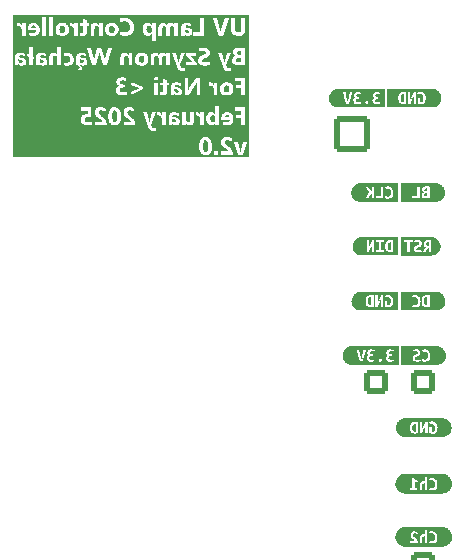
<source format=gbo>
G04 #@! TF.GenerationSoftware,KiCad,Pcbnew,8.0.6*
G04 #@! TF.CreationDate,2025-04-03T21:30:13+02:00*
G04 #@! TF.ProjectId,UV-Controller,55562d43-6f6e-4747-926f-6c6c65722e6b,v2.0*
G04 #@! TF.SameCoordinates,Original*
G04 #@! TF.FileFunction,Legend,Bot*
G04 #@! TF.FilePolarity,Positive*
%FSLAX46Y46*%
G04 Gerber Fmt 4.6, Leading zero omitted, Abs format (unit mm)*
G04 Created by KiCad (PCBNEW 8.0.6) date 2025-04-03 21:30:13*
%MOMM*%
%LPD*%
G01*
G04 APERTURE LIST*
G04 Aperture macros list*
%AMRoundRect*
0 Rectangle with rounded corners*
0 $1 Rounding radius*
0 $2 $3 $4 $5 $6 $7 $8 $9 X,Y pos of 4 corners*
0 Add a 4 corners polygon primitive as box body*
4,1,4,$2,$3,$4,$5,$6,$7,$8,$9,$2,$3,0*
0 Add four circle primitives for the rounded corners*
1,1,$1+$1,$2,$3*
1,1,$1+$1,$4,$5*
1,1,$1+$1,$6,$7*
1,1,$1+$1,$8,$9*
0 Add four rect primitives between the rounded corners*
20,1,$1+$1,$2,$3,$4,$5,0*
20,1,$1+$1,$4,$5,$6,$7,0*
20,1,$1+$1,$6,$7,$8,$9,0*
20,1,$1+$1,$8,$9,$2,$3,0*%
G04 Aperture macros list end*
%ADD10C,0.300000*%
%ADD11C,0.000000*%
%ADD12RoundRect,0.249999X-1.300001X-1.300001X1.300001X-1.300001X1.300001X1.300001X-1.300001X1.300001X0*%
%ADD13C,3.100000*%
%ADD14C,2.700000*%
%ADD15RoundRect,0.250001X0.799999X-0.799999X0.799999X0.799999X-0.799999X0.799999X-0.799999X-0.799999X0*%
%ADD16C,2.100000*%
%ADD17C,1.950000*%
%ADD18C,4.460000*%
%ADD19RoundRect,0.250000X-0.350000X-0.625000X0.350000X-0.625000X0.350000X0.625000X-0.350000X0.625000X0*%
%ADD20O,1.200000X1.750000*%
G04 APERTURE END LIST*
D10*
G36*
X156645459Y-81511352D02*
G01*
X156702337Y-81567110D01*
X156738401Y-81641969D01*
X156759834Y-81720443D01*
X156774671Y-81815437D01*
X156781472Y-81897525D01*
X156784563Y-81988905D01*
X156784769Y-82021430D01*
X156782950Y-82110343D01*
X156777492Y-82190510D01*
X156764555Y-82283796D01*
X156745149Y-82361533D01*
X156711795Y-82436842D01*
X156658429Y-82495146D01*
X156577773Y-82518953D01*
X156499116Y-82494409D01*
X156447073Y-82434303D01*
X156414545Y-82356665D01*
X156395620Y-82276523D01*
X156383004Y-82180352D01*
X156377681Y-82097705D01*
X156375907Y-82006043D01*
X156377645Y-81914315D01*
X156382862Y-81831609D01*
X156391556Y-81757926D01*
X156408557Y-81673716D01*
X156438503Y-81591011D01*
X156487190Y-81524846D01*
X156561572Y-81493268D01*
X156573743Y-81492766D01*
X156645459Y-81511352D01*
G37*
G36*
X148953275Y-78991352D02*
G01*
X149010153Y-79047110D01*
X149046217Y-79121969D01*
X149067649Y-79200443D01*
X149082487Y-79295437D01*
X149089288Y-79377525D01*
X149092379Y-79468905D01*
X149092585Y-79501430D01*
X149090766Y-79590343D01*
X149085308Y-79670510D01*
X149072371Y-79763796D01*
X149052965Y-79841533D01*
X149019611Y-79916842D01*
X148966245Y-79975146D01*
X148885589Y-79998953D01*
X148806932Y-79974409D01*
X148754888Y-79914303D01*
X148722361Y-79836665D01*
X148703436Y-79756523D01*
X148690819Y-79660352D01*
X148685497Y-79577705D01*
X148683722Y-79486043D01*
X148685461Y-79394315D01*
X148690678Y-79311609D01*
X148699372Y-79237926D01*
X148716373Y-79153716D01*
X148746319Y-79071011D01*
X148795006Y-79004846D01*
X148869388Y-78973268D01*
X148881559Y-78972766D01*
X148953275Y-78991352D01*
G37*
G36*
X153942149Y-79749825D02*
G01*
X154018833Y-79769364D01*
X154078476Y-79814969D01*
X154100785Y-79891974D01*
X154079146Y-79963484D01*
X154062316Y-79982466D01*
X153996105Y-80014203D01*
X153957536Y-80017637D01*
X153883916Y-80005646D01*
X153819510Y-79966185D01*
X153808426Y-79954989D01*
X153766877Y-79888668D01*
X153751049Y-79813695D01*
X153750540Y-79795987D01*
X153750540Y-79725279D01*
X153942149Y-79749825D01*
G37*
G36*
X157262349Y-79407889D02*
G01*
X157329829Y-79447559D01*
X157350802Y-79468457D01*
X157392313Y-79534652D01*
X157411848Y-79608635D01*
X157414916Y-79657501D01*
X157414916Y-79764846D01*
X157405241Y-79841320D01*
X157373185Y-79910963D01*
X157356297Y-79932641D01*
X157298445Y-79977971D01*
X157222609Y-79998370D01*
X157205722Y-79998953D01*
X157129472Y-79986949D01*
X157062682Y-79946851D01*
X157033531Y-79913590D01*
X156998488Y-79846504D01*
X156979254Y-79770942D01*
X156972222Y-79691067D01*
X156971981Y-79671789D01*
X156977455Y-79596277D01*
X156998476Y-79520302D01*
X157028035Y-79469190D01*
X157086268Y-79419101D01*
X157156793Y-79397706D01*
X157188136Y-79395917D01*
X157262349Y-79407889D01*
G37*
G36*
X158481585Y-79382087D02*
G01*
X158540458Y-79426732D01*
X158544050Y-79430722D01*
X158585504Y-79493313D01*
X158609847Y-79568246D01*
X158613660Y-79591922D01*
X158224947Y-79591922D01*
X158231400Y-79515101D01*
X158255240Y-79445566D01*
X158311703Y-79387950D01*
X158386269Y-79366758D01*
X158408496Y-79365875D01*
X158481585Y-79382087D01*
G37*
G36*
X154134124Y-77229825D02*
G01*
X154210808Y-77249364D01*
X154270451Y-77294969D01*
X154292759Y-77371974D01*
X154271121Y-77443484D01*
X154254291Y-77462466D01*
X154188079Y-77494203D01*
X154149511Y-77497637D01*
X154075890Y-77485646D01*
X154011485Y-77446185D01*
X154000401Y-77434989D01*
X153958852Y-77368668D01*
X153943024Y-77293695D01*
X153942515Y-77275987D01*
X153942515Y-77205279D01*
X154134124Y-77229825D01*
G37*
G36*
X158433416Y-76885225D02*
G01*
X158504392Y-76920224D01*
X158539654Y-76954685D01*
X158578500Y-77022932D01*
X158597176Y-77093815D01*
X158603339Y-77168500D01*
X158603401Y-77177435D01*
X158597418Y-77264298D01*
X158579466Y-77336438D01*
X158542127Y-77403573D01*
X158476784Y-77455102D01*
X158402105Y-77476303D01*
X158358304Y-77478953D01*
X158278744Y-77468069D01*
X158206729Y-77427860D01*
X158157118Y-77358024D01*
X158132427Y-77274583D01*
X158124426Y-77188421D01*
X158124197Y-77169375D01*
X158129957Y-77084834D01*
X158152076Y-77002299D01*
X158198849Y-76932087D01*
X158268202Y-76889960D01*
X158345620Y-76876204D01*
X158360136Y-76875917D01*
X158433416Y-76885225D01*
G37*
G36*
X146112212Y-74709825D02*
G01*
X146188896Y-74729364D01*
X146248539Y-74774969D01*
X146270847Y-74851974D01*
X146249209Y-74923484D01*
X146232379Y-74942466D01*
X146166167Y-74974203D01*
X146127599Y-74977637D01*
X146053978Y-74965646D01*
X145989573Y-74926185D01*
X145978489Y-74914989D01*
X145936940Y-74848668D01*
X145921112Y-74773695D01*
X145920603Y-74755987D01*
X145920603Y-74685279D01*
X146112212Y-74709825D01*
G37*
G36*
X140923028Y-74709825D02*
G01*
X140999712Y-74729364D01*
X141059356Y-74774969D01*
X141081664Y-74851974D01*
X141060025Y-74923484D01*
X141043196Y-74942466D01*
X140976984Y-74974203D01*
X140938415Y-74977637D01*
X140864795Y-74965646D01*
X140800389Y-74926185D01*
X140789305Y-74914989D01*
X140747756Y-74848668D01*
X140731928Y-74773695D01*
X140731420Y-74755987D01*
X140731420Y-74685279D01*
X140923028Y-74709825D01*
G37*
G36*
X142712351Y-74709825D02*
G01*
X142789035Y-74729364D01*
X142848679Y-74774969D01*
X142870987Y-74851974D01*
X142849349Y-74923484D01*
X142832519Y-74942466D01*
X142766307Y-74974203D01*
X142727739Y-74977637D01*
X142654118Y-74965646D01*
X142589713Y-74926185D01*
X142578628Y-74914989D01*
X142537080Y-74848668D01*
X142521251Y-74773695D01*
X142520743Y-74755987D01*
X142520743Y-74685279D01*
X142712351Y-74709825D01*
G37*
G36*
X151236556Y-74365225D02*
G01*
X151307532Y-74400224D01*
X151342794Y-74434685D01*
X151381640Y-74502932D01*
X151400316Y-74573815D01*
X151406479Y-74648500D01*
X151406542Y-74657435D01*
X151400558Y-74744298D01*
X151382606Y-74816438D01*
X151345267Y-74883573D01*
X151279924Y-74935102D01*
X151205246Y-74956303D01*
X151161444Y-74958953D01*
X151081884Y-74948069D01*
X151009869Y-74907860D01*
X150960259Y-74838024D01*
X150935568Y-74754583D01*
X150927566Y-74668421D01*
X150927337Y-74649375D01*
X150933097Y-74564834D01*
X150955217Y-74482299D01*
X151001990Y-74412087D01*
X151071343Y-74369960D01*
X151148760Y-74356204D01*
X151163276Y-74355917D01*
X151236556Y-74365225D01*
G37*
G36*
X159598080Y-74939902D02*
G01*
X159417829Y-74939902D01*
X159344419Y-74933451D01*
X159272955Y-74909196D01*
X159237212Y-74885314D01*
X159190141Y-74825019D01*
X159172209Y-74752911D01*
X159171632Y-74735471D01*
X159185800Y-74658904D01*
X159232146Y-74596222D01*
X159236113Y-74592955D01*
X159302029Y-74557642D01*
X159374157Y-74543114D01*
X159415631Y-74541297D01*
X159598080Y-74541297D01*
X159598080Y-74939902D01*
G37*
G36*
X159598080Y-74294002D02*
G01*
X159451901Y-74294002D01*
X159375274Y-74285960D01*
X159305041Y-74256695D01*
X159289602Y-74245275D01*
X159243292Y-74183267D01*
X159230251Y-74111552D01*
X159249493Y-74034868D01*
X159307222Y-73983280D01*
X159378728Y-73960507D01*
X159458550Y-73953071D01*
X159473517Y-73952916D01*
X159598080Y-73952916D01*
X159598080Y-74294002D01*
G37*
G36*
X151869006Y-71848312D02*
G01*
X151936486Y-71889385D01*
X151957187Y-71911022D01*
X151995810Y-71974202D01*
X152016607Y-72051087D01*
X152020568Y-72109958D01*
X152020568Y-72193489D01*
X152012480Y-72269206D01*
X151985461Y-72338559D01*
X151963049Y-72370443D01*
X151905527Y-72417276D01*
X151834261Y-72437882D01*
X151811374Y-72438953D01*
X151735125Y-72426949D01*
X151668335Y-72386851D01*
X151639183Y-72353590D01*
X151604141Y-72286504D01*
X151584907Y-72210942D01*
X151577874Y-72131067D01*
X151577634Y-72111789D01*
X151582911Y-72032315D01*
X151603176Y-71954725D01*
X151646027Y-71888721D01*
X151709564Y-71849118D01*
X151793789Y-71835917D01*
X151869006Y-71848312D01*
G37*
G36*
X142087517Y-71822087D02*
G01*
X142146389Y-71866732D01*
X142149982Y-71870722D01*
X142191436Y-71933313D01*
X142215779Y-72008246D01*
X142219591Y-72031922D01*
X141830879Y-72031922D01*
X141837332Y-71955101D01*
X141861171Y-71885566D01*
X141917634Y-71827950D01*
X141992201Y-71806758D01*
X142014427Y-71805875D01*
X142087517Y-71822087D01*
G37*
G36*
X144515970Y-71845225D02*
G01*
X144586946Y-71880224D01*
X144622208Y-71914685D01*
X144661054Y-71982932D01*
X144679730Y-72053815D01*
X144685893Y-72128500D01*
X144685956Y-72137435D01*
X144679972Y-72224298D01*
X144662020Y-72296438D01*
X144624681Y-72363573D01*
X144559338Y-72415102D01*
X144484659Y-72436303D01*
X144440858Y-72438953D01*
X144361298Y-72428069D01*
X144289283Y-72387860D01*
X144239672Y-72318024D01*
X144214981Y-72234583D01*
X144206980Y-72148421D01*
X144206751Y-72129375D01*
X144212511Y-72044834D01*
X144234631Y-71962299D01*
X144281404Y-71892087D01*
X144350757Y-71849960D01*
X144428174Y-71836204D01*
X144442690Y-71835917D01*
X144515970Y-71845225D01*
G37*
G36*
X148713039Y-71845225D02*
G01*
X148784015Y-71880224D01*
X148819277Y-71914685D01*
X148858123Y-71982932D01*
X148876799Y-72053815D01*
X148882962Y-72128500D01*
X148883025Y-72137435D01*
X148877041Y-72224298D01*
X148859089Y-72296438D01*
X148821750Y-72363573D01*
X148756407Y-72415102D01*
X148681729Y-72436303D01*
X148637927Y-72438953D01*
X148558367Y-72428069D01*
X148486352Y-72387860D01*
X148436741Y-72318024D01*
X148412050Y-72234583D01*
X148404049Y-72148421D01*
X148403820Y-72129375D01*
X148409580Y-72044834D01*
X148431700Y-71962299D01*
X148478473Y-71892087D01*
X148547826Y-71849960D01*
X148625243Y-71836204D01*
X148639759Y-71835917D01*
X148713039Y-71845225D01*
G37*
G36*
X155013398Y-72189825D02*
G01*
X155090082Y-72209364D01*
X155149726Y-72254969D01*
X155172034Y-72331974D01*
X155150395Y-72403484D01*
X155133565Y-72422466D01*
X155067354Y-72454203D01*
X155028785Y-72457637D01*
X154955165Y-72445646D01*
X154890759Y-72406185D01*
X154879675Y-72394989D01*
X154838126Y-72328668D01*
X154822298Y-72253695D01*
X154821789Y-72235987D01*
X154821789Y-72165279D01*
X155013398Y-72189825D01*
G37*
G36*
X160262636Y-82935114D02*
G01*
X140258838Y-82935114D01*
X140258838Y-81995785D01*
X156043981Y-81995785D01*
X156044229Y-82006043D01*
X156046179Y-82086568D01*
X156052773Y-82171891D01*
X156063764Y-82251753D01*
X156079152Y-82326154D01*
X156104568Y-82411475D01*
X156136854Y-82488263D01*
X156176009Y-82556518D01*
X156184665Y-82569145D01*
X156231607Y-82626561D01*
X156295801Y-82682615D01*
X156368573Y-82724655D01*
X156449923Y-82752682D01*
X156524267Y-82765333D01*
X156588032Y-82768447D01*
X156682313Y-82761952D01*
X156767321Y-82742468D01*
X156843055Y-82709994D01*
X156909516Y-82664531D01*
X156966703Y-82606078D01*
X156976485Y-82591493D01*
X157278262Y-82591493D01*
X157293565Y-82666158D01*
X157332484Y-82718988D01*
X157398908Y-82757579D01*
X157472801Y-82768447D01*
X157546624Y-82755716D01*
X157606891Y-82717522D01*
X157648627Y-82656408D01*
X157660380Y-82591493D01*
X157644870Y-82517892D01*
X157605425Y-82465830D01*
X157538995Y-82427524D01*
X157467672Y-82416737D01*
X157392018Y-82429193D01*
X157331385Y-82466563D01*
X157288430Y-82530435D01*
X157278262Y-82591493D01*
X156976485Y-82591493D01*
X157014617Y-82534636D01*
X157053257Y-82450205D01*
X157082623Y-82352784D01*
X157097049Y-82280620D01*
X157107353Y-82202683D01*
X157113535Y-82118973D01*
X157115596Y-82029490D01*
X157113369Y-81936537D01*
X157106689Y-81849285D01*
X157095555Y-81767734D01*
X157079967Y-81691885D01*
X157071436Y-81663126D01*
X157892288Y-81663126D01*
X157896719Y-81736542D01*
X157911519Y-81808750D01*
X157923796Y-81844476D01*
X157955041Y-81910984D01*
X157997390Y-81976173D01*
X158006960Y-81988457D01*
X158059275Y-82046916D01*
X158114493Y-82097266D01*
X158127128Y-82107526D01*
X158187665Y-82154018D01*
X158250026Y-82199248D01*
X158268178Y-82211939D01*
X158328571Y-82255302D01*
X158363433Y-82281182D01*
X158421380Y-82328189D01*
X158444399Y-82349326D01*
X158493318Y-82404543D01*
X158500087Y-82414539D01*
X158520603Y-82474989D01*
X157894120Y-82474989D01*
X157894120Y-82745000D01*
X158877442Y-82745000D01*
X158877442Y-82633625D01*
X158872940Y-82558566D01*
X158857758Y-82483003D01*
X158839340Y-82430659D01*
X158805178Y-82360516D01*
X158764606Y-82296540D01*
X158743719Y-82269092D01*
X158694933Y-82213530D01*
X158638473Y-82159915D01*
X158617323Y-82142330D01*
X158558459Y-82096279D01*
X158498502Y-82051451D01*
X158486898Y-82043046D01*
X158425806Y-81997891D01*
X158372958Y-81954752D01*
X158317746Y-81901915D01*
X158290526Y-81870488D01*
X158249654Y-81807428D01*
X158240334Y-81786224D01*
X158224428Y-81712941D01*
X158223848Y-81695000D01*
X158224560Y-81689870D01*
X158958408Y-81689870D01*
X159351151Y-82745000D01*
X159721912Y-82745000D01*
X160095969Y-81689870D01*
X159747557Y-81689870D01*
X159564009Y-82340167D01*
X159545881Y-82412085D01*
X159532272Y-82487033D01*
X159528105Y-82527745D01*
X159524075Y-82527745D01*
X159512054Y-82451405D01*
X159495018Y-82379320D01*
X159485973Y-82346395D01*
X159298394Y-81689870D01*
X158958408Y-81689870D01*
X158224560Y-81689870D01*
X158234086Y-81621199D01*
X158274046Y-81555529D01*
X158277337Y-81552484D01*
X158345023Y-81516214D01*
X158420924Y-81504549D01*
X158441102Y-81504124D01*
X158523804Y-81511890D01*
X158604893Y-81535189D01*
X158673114Y-81567522D01*
X158740150Y-81611267D01*
X158806001Y-81666423D01*
X158806001Y-81372233D01*
X158731997Y-81328780D01*
X158654515Y-81294317D01*
X158573556Y-81268845D01*
X158489119Y-81252363D01*
X158416098Y-81245495D01*
X158371127Y-81244371D01*
X158296780Y-81247835D01*
X158221896Y-81259513D01*
X158169993Y-81273681D01*
X158102133Y-81301666D01*
X158039061Y-81341136D01*
X158019050Y-81357578D01*
X157967525Y-81413826D01*
X157929041Y-81480217D01*
X157924895Y-81489836D01*
X157902605Y-81561232D01*
X157892798Y-81639501D01*
X157892288Y-81663126D01*
X157071436Y-81663126D01*
X157054220Y-81605092D01*
X157021514Y-81527208D01*
X156981849Y-81458232D01*
X156973080Y-81445505D01*
X156925299Y-81387562D01*
X156859697Y-81330993D01*
X156785079Y-81288566D01*
X156716010Y-81264013D01*
X156640680Y-81249282D01*
X156559089Y-81244371D01*
X156467033Y-81250976D01*
X156384033Y-81270788D01*
X156310086Y-81303809D01*
X156245195Y-81350039D01*
X156189358Y-81409477D01*
X156142576Y-81482123D01*
X156104848Y-81567978D01*
X156076175Y-81667041D01*
X156062090Y-81740422D01*
X156052029Y-81819672D01*
X156045993Y-81904793D01*
X156043981Y-81995785D01*
X140258838Y-81995785D01*
X140258838Y-79746894D01*
X146004867Y-79746894D01*
X146010264Y-79827029D01*
X146026454Y-79901471D01*
X146053437Y-79970220D01*
X146091214Y-80033276D01*
X146139785Y-80090640D01*
X146158374Y-80108496D01*
X146219777Y-80156057D01*
X146288856Y-80193778D01*
X146365613Y-80221659D01*
X146450045Y-80239700D01*
X146526270Y-80247217D01*
X146574563Y-80248447D01*
X146652140Y-80246141D01*
X146736622Y-80237624D01*
X146814618Y-80222830D01*
X146886127Y-80201760D01*
X146933234Y-80182868D01*
X146933234Y-79896737D01*
X146865947Y-79936565D01*
X146796802Y-79966611D01*
X146725798Y-79986875D01*
X146652937Y-79997356D01*
X146610467Y-79998953D01*
X146535570Y-79993121D01*
X146460145Y-79970727D01*
X146409333Y-79939235D01*
X146359495Y-79878528D01*
X146338207Y-79807589D01*
X146336427Y-79776570D01*
X146347336Y-79703609D01*
X146387640Y-79637567D01*
X146457642Y-79592071D01*
X146541280Y-79569428D01*
X146627646Y-79562090D01*
X146646737Y-79561880D01*
X146721613Y-79563598D01*
X146794874Y-79568080D01*
X146873700Y-79575344D01*
X146910519Y-79579466D01*
X146881302Y-79143126D01*
X147216434Y-79143126D01*
X147220864Y-79216542D01*
X147235664Y-79288750D01*
X147247941Y-79324476D01*
X147279186Y-79390984D01*
X147321535Y-79456173D01*
X147331106Y-79468457D01*
X147383420Y-79526916D01*
X147438638Y-79577266D01*
X147451273Y-79587526D01*
X147511810Y-79634018D01*
X147574171Y-79679248D01*
X147592323Y-79691939D01*
X147652716Y-79735302D01*
X147687578Y-79761182D01*
X147745525Y-79808189D01*
X147768545Y-79829326D01*
X147817463Y-79884543D01*
X147824232Y-79894539D01*
X147844748Y-79954989D01*
X147218265Y-79954989D01*
X147218265Y-80225000D01*
X148201587Y-80225000D01*
X148201587Y-80113625D01*
X148197085Y-80038566D01*
X148181904Y-79963003D01*
X148163485Y-79910659D01*
X148129323Y-79840516D01*
X148088751Y-79776540D01*
X148067864Y-79749092D01*
X148019079Y-79693530D01*
X147962618Y-79639915D01*
X147941468Y-79622330D01*
X147882604Y-79576279D01*
X147822648Y-79531451D01*
X147811043Y-79523046D01*
X147749952Y-79477891D01*
X147747372Y-79475785D01*
X148351796Y-79475785D01*
X148352044Y-79486043D01*
X148353995Y-79566568D01*
X148360589Y-79651891D01*
X148371580Y-79731753D01*
X148386967Y-79806154D01*
X148412384Y-79891475D01*
X148444670Y-79968263D01*
X148483825Y-80036518D01*
X148492480Y-80049145D01*
X148539423Y-80106561D01*
X148603616Y-80162615D01*
X148676388Y-80204655D01*
X148757738Y-80232682D01*
X148832083Y-80245333D01*
X148895847Y-80248447D01*
X148990129Y-80241952D01*
X149075137Y-80222468D01*
X149150871Y-80189994D01*
X149217332Y-80144531D01*
X149274519Y-80086078D01*
X149322433Y-80014636D01*
X149361073Y-79930205D01*
X149390439Y-79832784D01*
X149404865Y-79760620D01*
X149415169Y-79682683D01*
X149421351Y-79598973D01*
X149423412Y-79509490D01*
X149421185Y-79416537D01*
X149414505Y-79329285D01*
X149403371Y-79247734D01*
X149387783Y-79171885D01*
X149379252Y-79143126D01*
X149631507Y-79143126D01*
X149635938Y-79216542D01*
X149650737Y-79288750D01*
X149663014Y-79324476D01*
X149694260Y-79390984D01*
X149736608Y-79456173D01*
X149746179Y-79468457D01*
X149798493Y-79526916D01*
X149853711Y-79577266D01*
X149866346Y-79587526D01*
X149926884Y-79634018D01*
X149989244Y-79679248D01*
X150007397Y-79691939D01*
X150067789Y-79735302D01*
X150102651Y-79761182D01*
X150160598Y-79808189D01*
X150183618Y-79829326D01*
X150232536Y-79884543D01*
X150239305Y-79894539D01*
X150259822Y-79954989D01*
X149633339Y-79954989D01*
X149633339Y-80225000D01*
X150616660Y-80225000D01*
X150616660Y-80113625D01*
X150612158Y-80038566D01*
X150596977Y-79963003D01*
X150578558Y-79910659D01*
X150544396Y-79840516D01*
X150503824Y-79776540D01*
X150482937Y-79749092D01*
X150434152Y-79693530D01*
X150377692Y-79639915D01*
X150356542Y-79622330D01*
X150297677Y-79576279D01*
X150237721Y-79531451D01*
X150226116Y-79523046D01*
X150165025Y-79477891D01*
X150112177Y-79434752D01*
X150056965Y-79381915D01*
X150029745Y-79350488D01*
X149988872Y-79287428D01*
X149979553Y-79266224D01*
X149963646Y-79192941D01*
X149963066Y-79175000D01*
X149963778Y-79169870D01*
X151269155Y-79169870D01*
X151697801Y-80324284D01*
X151728165Y-80398727D01*
X151761278Y-80465848D01*
X151809707Y-80543953D01*
X151863024Y-80609039D01*
X151921231Y-80661109D01*
X151984325Y-80700161D01*
X152070069Y-80730671D01*
X152144163Y-80740434D01*
X152163450Y-80740840D01*
X152240036Y-80738070D01*
X152317598Y-80727651D01*
X152358356Y-80717393D01*
X152358356Y-80459473D01*
X152286148Y-80485200D01*
X152216939Y-80492445D01*
X152139551Y-80478246D01*
X152075666Y-80430367D01*
X152041817Y-80372278D01*
X151986130Y-80239288D01*
X152414776Y-79169870D01*
X152054274Y-79169870D01*
X151857536Y-79825296D01*
X151839182Y-79900786D01*
X151828593Y-79969277D01*
X151824563Y-79969277D01*
X151809094Y-79894187D01*
X151790491Y-79827128D01*
X151591556Y-79169870D01*
X151269155Y-79169870D01*
X149963778Y-79169870D01*
X149965303Y-79158879D01*
X152504169Y-79158879D01*
X152504169Y-79460031D01*
X152576374Y-79433962D01*
X152641189Y-79427791D01*
X152714331Y-79438816D01*
X152778800Y-79475644D01*
X152807152Y-79506193D01*
X152843543Y-79572654D01*
X152862146Y-79647516D01*
X152866870Y-79718684D01*
X152866870Y-80225000D01*
X153192568Y-80225000D01*
X153192568Y-79595586D01*
X153444626Y-79595586D01*
X153444626Y-79795987D01*
X153444626Y-80225000D01*
X153752739Y-80225000D01*
X153752739Y-80071493D01*
X153756769Y-80071493D01*
X153800191Y-80131630D01*
X153859902Y-80186064D01*
X153929360Y-80223563D01*
X154008566Y-80244127D01*
X154071109Y-80248447D01*
X154152298Y-80241579D01*
X154209322Y-80225000D01*
X154590247Y-80225000D01*
X154914846Y-80225000D01*
X154914846Y-80061601D01*
X154919975Y-80061601D01*
X154968048Y-80125099D01*
X155021864Y-80175460D01*
X155091911Y-80217610D01*
X155169777Y-80241878D01*
X155242742Y-80248447D01*
X155328694Y-80241520D01*
X155403187Y-80220741D01*
X155480186Y-80175285D01*
X155539278Y-80108184D01*
X155573659Y-80038918D01*
X155596580Y-79955799D01*
X155608040Y-79858827D01*
X155609473Y-79805146D01*
X155609473Y-79169870D01*
X155284874Y-79169870D01*
X155284874Y-79775837D01*
X155278640Y-79851661D01*
X155250934Y-79928357D01*
X155193270Y-79981304D01*
X155118463Y-79998735D01*
X155107554Y-79998953D01*
X155033193Y-79985509D01*
X154970911Y-79941534D01*
X154967602Y-79937770D01*
X154929735Y-79870832D01*
X154915670Y-79797321D01*
X154914846Y-79771807D01*
X154914846Y-79169870D01*
X154590247Y-79169870D01*
X154590247Y-80225000D01*
X154209322Y-80225000D01*
X154223170Y-80220974D01*
X154289817Y-80181969D01*
X154312909Y-80161618D01*
X154359277Y-80101698D01*
X154388472Y-80030472D01*
X154400064Y-79956701D01*
X154400837Y-79930076D01*
X154391955Y-79840793D01*
X154365310Y-79764139D01*
X154320900Y-79700115D01*
X154258728Y-79648720D01*
X154178791Y-79609955D01*
X154102052Y-79588036D01*
X154037037Y-79576901D01*
X153750540Y-79538799D01*
X153762264Y-79464107D01*
X153809891Y-79400751D01*
X153884080Y-79372242D01*
X153938119Y-79368073D01*
X154019771Y-79373175D01*
X154099635Y-79388480D01*
X154177711Y-79413987D01*
X154253999Y-79449698D01*
X154296789Y-79474685D01*
X154296789Y-79233618D01*
X154227627Y-79205027D01*
X154153163Y-79182977D01*
X154110676Y-79172801D01*
X154037819Y-79158879D01*
X155745760Y-79158879D01*
X155745760Y-79460031D01*
X155817965Y-79433962D01*
X155882780Y-79427791D01*
X155955922Y-79438816D01*
X156020391Y-79475644D01*
X156048743Y-79506193D01*
X156085134Y-79572654D01*
X156103737Y-79647516D01*
X156108461Y-79718684D01*
X156108461Y-80225000D01*
X156434159Y-80225000D01*
X156434159Y-79667759D01*
X156638224Y-79667759D01*
X156638383Y-79671789D01*
X156641372Y-79747317D01*
X156650817Y-79821811D01*
X156670464Y-79904522D01*
X156699177Y-79979943D01*
X156736959Y-80048074D01*
X156767184Y-80089445D01*
X156818459Y-80143481D01*
X156885996Y-80192392D01*
X156961843Y-80226087D01*
X157033469Y-80242857D01*
X157111200Y-80248447D01*
X157191788Y-80241329D01*
X157263330Y-80219976D01*
X157334015Y-80178142D01*
X157386173Y-80126285D01*
X157405757Y-80099703D01*
X157409787Y-80099703D01*
X157409787Y-80225000D01*
X157735484Y-80225000D01*
X157735484Y-79654937D01*
X157923063Y-79654937D01*
X157923063Y-79791957D01*
X158611461Y-79791957D01*
X158596263Y-79868653D01*
X158555741Y-79938076D01*
X158490676Y-79985901D01*
X158415371Y-80009703D01*
X158338842Y-80017417D01*
X158322034Y-80017637D01*
X158247915Y-80014096D01*
X158168145Y-80001376D01*
X158093641Y-79979406D01*
X158024404Y-79948185D01*
X158016120Y-79943632D01*
X158016120Y-80172243D01*
X158084263Y-80201936D01*
X158160786Y-80224335D01*
X158233047Y-80237731D01*
X158311465Y-80245768D01*
X158396039Y-80248447D01*
X158473153Y-80245003D01*
X158558298Y-80231780D01*
X158635381Y-80208639D01*
X158704400Y-80175580D01*
X158765357Y-80132604D01*
X158792812Y-80107397D01*
X158840747Y-80050587D01*
X158878764Y-79985947D01*
X158906864Y-79913475D01*
X158925046Y-79833173D01*
X158932622Y-79760272D01*
X158933862Y-79713921D01*
X158930141Y-79634833D01*
X158918978Y-79561057D01*
X158895760Y-79479540D01*
X158861826Y-79405673D01*
X158817175Y-79339457D01*
X158781454Y-79299563D01*
X158721829Y-79247520D01*
X158657257Y-79206244D01*
X158587739Y-79175735D01*
X158513276Y-79155994D01*
X158433866Y-79147021D01*
X158406297Y-79146423D01*
X158323428Y-79151240D01*
X158247925Y-79165692D01*
X158169150Y-79194728D01*
X158100403Y-79236878D01*
X158049459Y-79283443D01*
X158000209Y-79348053D01*
X157963055Y-79421989D01*
X157940837Y-79492786D01*
X157927507Y-79570435D01*
X157926377Y-79591922D01*
X157923063Y-79654937D01*
X157735484Y-79654937D01*
X157735484Y-79018928D01*
X159076744Y-79018928D01*
X159598080Y-79018928D01*
X159598080Y-79380896D01*
X159118876Y-79380896D01*
X159118876Y-79650907D01*
X159598080Y-79650907D01*
X159598080Y-80225000D01*
X159931106Y-80225000D01*
X159931106Y-78747819D01*
X159076744Y-78747819D01*
X159076744Y-79018928D01*
X157735484Y-79018928D01*
X157735484Y-78654030D01*
X157409787Y-78654030D01*
X157409787Y-79331071D01*
X157405757Y-79331071D01*
X157356963Y-79268319D01*
X157300982Y-79218551D01*
X157226588Y-79176897D01*
X157155035Y-79155259D01*
X157076295Y-79146603D01*
X157062473Y-79146423D01*
X156977826Y-79153102D01*
X156902119Y-79173140D01*
X156835353Y-79206537D01*
X156777528Y-79253293D01*
X156748499Y-79286008D01*
X156705530Y-79351985D01*
X156673115Y-79427779D01*
X156653731Y-79500560D01*
X156642100Y-79580553D01*
X156638224Y-79667759D01*
X156434159Y-79667759D01*
X156434159Y-79169870D01*
X156108461Y-79169870D01*
X156108461Y-79361845D01*
X156104431Y-79361845D01*
X156071089Y-79288635D01*
X156021185Y-79222368D01*
X155959431Y-79176717D01*
X155885825Y-79151682D01*
X155825994Y-79146423D01*
X155751383Y-79156653D01*
X155745760Y-79158879D01*
X154037819Y-79158879D01*
X154032083Y-79157783D01*
X153958512Y-79148999D01*
X153895987Y-79146423D01*
X153815324Y-79150371D01*
X153742595Y-79162214D01*
X153657965Y-79190287D01*
X153587440Y-79232396D01*
X153531019Y-79288541D01*
X153488704Y-79358723D01*
X153460494Y-79442941D01*
X153448593Y-79515315D01*
X153444626Y-79595586D01*
X153192568Y-79595586D01*
X153192568Y-79169870D01*
X152866870Y-79169870D01*
X152866870Y-79361845D01*
X152862840Y-79361845D01*
X152829498Y-79288635D01*
X152779594Y-79222368D01*
X152717840Y-79176717D01*
X152644234Y-79151682D01*
X152584403Y-79146423D01*
X152509792Y-79156653D01*
X152504169Y-79158879D01*
X149965303Y-79158879D01*
X149973305Y-79101199D01*
X150013265Y-79035529D01*
X150016556Y-79032484D01*
X150084241Y-78996214D01*
X150160143Y-78984549D01*
X150180321Y-78984124D01*
X150263022Y-78991890D01*
X150344111Y-79015189D01*
X150412332Y-79047522D01*
X150479368Y-79091267D01*
X150545219Y-79146423D01*
X150545219Y-78852233D01*
X150471215Y-78808780D01*
X150393733Y-78774317D01*
X150312774Y-78748845D01*
X150228337Y-78732363D01*
X150155317Y-78725495D01*
X150110345Y-78724371D01*
X150035998Y-78727835D01*
X149961114Y-78739513D01*
X149909211Y-78753681D01*
X149841351Y-78781666D01*
X149778279Y-78821136D01*
X149758269Y-78837578D01*
X149706744Y-78893826D01*
X149668259Y-78960217D01*
X149664113Y-78969836D01*
X149641824Y-79041232D01*
X149632016Y-79119501D01*
X149631507Y-79143126D01*
X149379252Y-79143126D01*
X149362036Y-79085092D01*
X149329329Y-79007208D01*
X149289664Y-78938232D01*
X149280896Y-78925505D01*
X149233115Y-78867562D01*
X149167513Y-78810993D01*
X149092895Y-78768566D01*
X149023826Y-78744013D01*
X148948496Y-78729282D01*
X148866905Y-78724371D01*
X148774849Y-78730976D01*
X148691848Y-78750788D01*
X148617902Y-78783809D01*
X148553011Y-78830039D01*
X148497174Y-78889477D01*
X148450391Y-78962123D01*
X148412664Y-79047978D01*
X148383991Y-79147041D01*
X148369906Y-79220422D01*
X148359845Y-79299672D01*
X148353809Y-79384793D01*
X148351796Y-79475785D01*
X147747372Y-79475785D01*
X147697103Y-79434752D01*
X147641891Y-79381915D01*
X147614672Y-79350488D01*
X147573799Y-79287428D01*
X147564480Y-79266224D01*
X147548573Y-79192941D01*
X147547993Y-79175000D01*
X147558231Y-79101199D01*
X147598192Y-79035529D01*
X147601482Y-79032484D01*
X147669168Y-78996214D01*
X147745070Y-78984549D01*
X147765247Y-78984124D01*
X147847949Y-78991890D01*
X147929038Y-79015189D01*
X147997259Y-79047522D01*
X148064295Y-79091267D01*
X148130146Y-79146423D01*
X148130146Y-78852233D01*
X148056142Y-78808780D01*
X147978660Y-78774317D01*
X147897701Y-78748845D01*
X147813264Y-78732363D01*
X147740243Y-78725495D01*
X147695272Y-78724371D01*
X147620925Y-78727835D01*
X147546041Y-78739513D01*
X147494138Y-78753681D01*
X147426278Y-78781666D01*
X147363206Y-78821136D01*
X147343196Y-78837578D01*
X147291670Y-78893826D01*
X147253186Y-78960217D01*
X147249040Y-78969836D01*
X147226750Y-79041232D01*
X147216943Y-79119501D01*
X147216434Y-79143126D01*
X146881302Y-79143126D01*
X146854832Y-78747819D01*
X146072644Y-78747819D01*
X146072644Y-79013799D01*
X146606437Y-79013799D01*
X146626953Y-79316782D01*
X146553131Y-79312111D01*
X146489933Y-79310554D01*
X146408094Y-79314715D01*
X146333209Y-79327195D01*
X146254635Y-79352272D01*
X146185527Y-79388674D01*
X146133827Y-79428890D01*
X146083578Y-79484554D01*
X146045671Y-79548001D01*
X146020105Y-79619233D01*
X146006882Y-79698248D01*
X146004867Y-79746894D01*
X140258838Y-79746894D01*
X140258838Y-77276353D01*
X148983042Y-77276353D01*
X148988374Y-77351598D01*
X149008074Y-77431635D01*
X149042290Y-77503327D01*
X149091021Y-77566675D01*
X149134717Y-77606814D01*
X149195528Y-77648150D01*
X149264479Y-77680934D01*
X149341570Y-77705166D01*
X149426801Y-77720845D01*
X149504045Y-77727378D01*
X149553105Y-77728447D01*
X149635833Y-77725884D01*
X149712559Y-77718194D01*
X149782524Y-77705000D01*
X152242585Y-77705000D01*
X152568283Y-77705000D01*
X152568283Y-76649870D01*
X152746702Y-76649870D01*
X152746702Y-76889839D01*
X152983740Y-76889839D01*
X152983740Y-77314822D01*
X152973394Y-77394162D01*
X152932649Y-77455872D01*
X152860995Y-77478792D01*
X152852948Y-77478953D01*
X152780534Y-77463887D01*
X152746702Y-77447079D01*
X152746702Y-77688147D01*
X152817436Y-77714239D01*
X152896179Y-77725928D01*
X152964323Y-77728447D01*
X153044951Y-77722877D01*
X153130619Y-77700249D01*
X153199490Y-77660216D01*
X153251563Y-77602776D01*
X153286838Y-77527931D01*
X153302963Y-77455523D01*
X153308339Y-77371974D01*
X153308339Y-77075586D01*
X153636601Y-77075586D01*
X153636601Y-77275987D01*
X153636601Y-77705000D01*
X153944713Y-77705000D01*
X153944713Y-77551493D01*
X153948743Y-77551493D01*
X153992166Y-77611630D01*
X154051877Y-77666064D01*
X154121335Y-77703563D01*
X154200541Y-77724127D01*
X154263084Y-77728447D01*
X154344273Y-77721579D01*
X154401297Y-77705000D01*
X154812264Y-77705000D01*
X155147854Y-77705000D01*
X155756751Y-76776999D01*
X155797313Y-76713296D01*
X155831123Y-76654267D01*
X155835153Y-76654267D01*
X155829934Y-76731512D01*
X155827731Y-76809365D01*
X155827101Y-76883187D01*
X155827093Y-76893136D01*
X155827093Y-77705000D01*
X156141434Y-77705000D01*
X156141434Y-76638879D01*
X156899075Y-76638879D01*
X156899075Y-76940031D01*
X156971280Y-76913962D01*
X157036095Y-76907791D01*
X157109236Y-76918816D01*
X157173705Y-76955644D01*
X157202058Y-76986193D01*
X157238448Y-77052654D01*
X157257052Y-77127516D01*
X157261775Y-77198684D01*
X157261775Y-77705000D01*
X157587473Y-77705000D01*
X157587473Y-77163147D01*
X157792271Y-77163147D01*
X157792568Y-77169375D01*
X157796037Y-77242217D01*
X157807333Y-77315939D01*
X157830831Y-77397345D01*
X157865173Y-77471049D01*
X157910360Y-77537050D01*
X157946510Y-77576772D01*
X158008218Y-77628318D01*
X158077938Y-77669199D01*
X158155669Y-77699415D01*
X158241411Y-77718967D01*
X158318982Y-77727114D01*
X158368196Y-77728447D01*
X158447873Y-77724851D01*
X158522040Y-77714064D01*
X158603768Y-77691627D01*
X158677562Y-77658835D01*
X158743421Y-77615687D01*
X158782920Y-77581168D01*
X158834217Y-77522242D01*
X158874900Y-77455923D01*
X158904971Y-77382211D01*
X158924428Y-77301106D01*
X158932535Y-77227871D01*
X158933862Y-77181465D01*
X158930043Y-77102827D01*
X158918585Y-77029717D01*
X158894753Y-76949282D01*
X158859921Y-76876806D01*
X158814090Y-76812290D01*
X158777424Y-76773702D01*
X158714759Y-76723650D01*
X158644366Y-76683954D01*
X158566244Y-76654613D01*
X158480395Y-76635628D01*
X158402950Y-76627718D01*
X158353907Y-76626423D01*
X158274583Y-76630019D01*
X158200786Y-76640806D01*
X158119526Y-76663243D01*
X158046226Y-76696035D01*
X157980886Y-76739183D01*
X157941748Y-76773702D01*
X157890949Y-76832267D01*
X157850660Y-76897504D01*
X157820882Y-76969413D01*
X157801613Y-77047994D01*
X157792855Y-77133247D01*
X157792271Y-77163147D01*
X157587473Y-77163147D01*
X157587473Y-76649870D01*
X157261775Y-76649870D01*
X157261775Y-76841845D01*
X157257745Y-76841845D01*
X157224403Y-76768635D01*
X157174500Y-76702368D01*
X157112745Y-76656717D01*
X157039140Y-76631682D01*
X156979309Y-76626423D01*
X156904698Y-76636653D01*
X156899075Y-76638879D01*
X156141434Y-76638879D01*
X156141434Y-76498928D01*
X159076744Y-76498928D01*
X159598080Y-76498928D01*
X159598080Y-76860896D01*
X159118876Y-76860896D01*
X159118876Y-77130907D01*
X159598080Y-77130907D01*
X159598080Y-77705000D01*
X159931106Y-77705000D01*
X159931106Y-76227819D01*
X159076744Y-76227819D01*
X159076744Y-76498928D01*
X156141434Y-76498928D01*
X156141434Y-76227819D01*
X155782763Y-76227819D01*
X155196580Y-77127243D01*
X155155519Y-77191550D01*
X155122208Y-77247777D01*
X155118178Y-77247777D01*
X155124223Y-77171207D01*
X155126041Y-77089662D01*
X155126238Y-77044811D01*
X155126238Y-76227819D01*
X154812264Y-76227819D01*
X154812264Y-77705000D01*
X154401297Y-77705000D01*
X154415145Y-77700974D01*
X154481792Y-77661969D01*
X154504884Y-77641618D01*
X154551252Y-77581698D01*
X154580447Y-77510472D01*
X154592039Y-77436701D01*
X154592812Y-77410076D01*
X154583930Y-77320793D01*
X154557284Y-77244139D01*
X154512875Y-77180115D01*
X154450703Y-77128720D01*
X154370766Y-77089955D01*
X154294027Y-77068036D01*
X154229012Y-77056901D01*
X153942515Y-77018799D01*
X153954239Y-76944107D01*
X154001866Y-76880751D01*
X154076055Y-76852242D01*
X154130094Y-76848073D01*
X154211746Y-76853175D01*
X154291610Y-76868480D01*
X154369686Y-76893987D01*
X154445974Y-76929698D01*
X154488764Y-76954685D01*
X154488764Y-76713618D01*
X154419602Y-76685027D01*
X154345138Y-76662977D01*
X154302651Y-76652801D01*
X154224058Y-76637783D01*
X154150487Y-76628999D01*
X154087962Y-76626423D01*
X154007299Y-76630371D01*
X153934570Y-76642214D01*
X153849940Y-76670287D01*
X153779414Y-76712396D01*
X153722994Y-76768541D01*
X153680679Y-76838723D01*
X153652469Y-76922941D01*
X153640568Y-76995315D01*
X153636601Y-77075586D01*
X153308339Y-77075586D01*
X153308339Y-76889839D01*
X153479431Y-76889839D01*
X153479431Y-76649870D01*
X153308339Y-76649870D01*
X153308339Y-76416496D01*
X152983740Y-76321608D01*
X152983740Y-76649870D01*
X152746702Y-76649870D01*
X152568283Y-76649870D01*
X152242585Y-76649870D01*
X152242585Y-77705000D01*
X149782524Y-77705000D01*
X149794487Y-77702744D01*
X149868245Y-77680317D01*
X149924965Y-77655540D01*
X149924965Y-77376737D01*
X149857683Y-77416565D01*
X149785667Y-77446611D01*
X149708919Y-77466875D01*
X149627437Y-77477356D01*
X149578750Y-77478953D01*
X149499606Y-77472546D01*
X149428079Y-77450942D01*
X149384577Y-77424731D01*
X149336993Y-77368762D01*
X149316056Y-77296383D01*
X149314968Y-77272690D01*
X149329177Y-77198746D01*
X149376261Y-77136155D01*
X149401064Y-77118084D01*
X149467830Y-77087005D01*
X149541676Y-77069946D01*
X149618843Y-77063709D01*
X149637369Y-77063496D01*
X149774389Y-77063496D01*
X149774389Y-76826824D01*
X150301587Y-76826824D01*
X150988154Y-77125411D01*
X150988154Y-77131639D01*
X150301587Y-77411175D01*
X150301587Y-77658105D01*
X151264026Y-77212606D01*
X151264026Y-77048475D01*
X150301587Y-76579528D01*
X150301587Y-76826824D01*
X149774389Y-76826824D01*
X149774389Y-76814002D01*
X149647627Y-76814002D01*
X149564563Y-76809458D01*
X149483471Y-76792010D01*
X149414486Y-76755114D01*
X149369435Y-76691138D01*
X149359298Y-76627889D01*
X149373151Y-76551273D01*
X149421854Y-76491245D01*
X149494583Y-76461146D01*
X149580949Y-76452766D01*
X149654611Y-76459224D01*
X149727219Y-76478595D01*
X149798775Y-76510881D01*
X149869277Y-76556081D01*
X149869277Y-76296695D01*
X152215840Y-76296695D01*
X152232301Y-76370073D01*
X152267864Y-76415764D01*
X152332032Y-76452068D01*
X152403419Y-76462292D01*
X152478432Y-76450293D01*
X152538607Y-76414298D01*
X152580970Y-76353466D01*
X152590997Y-76296695D01*
X152574421Y-76224258D01*
X152538607Y-76179459D01*
X152474178Y-76144012D01*
X152403419Y-76134030D01*
X152327765Y-76145387D01*
X152267864Y-76179459D01*
X152224426Y-76242705D01*
X152215840Y-76296695D01*
X149869277Y-76296695D01*
X149869277Y-76284239D01*
X149798702Y-76253119D01*
X149723218Y-76229642D01*
X149642825Y-76213809D01*
X149557524Y-76205619D01*
X149506577Y-76204371D01*
X149425076Y-76207913D01*
X149350660Y-76218539D01*
X149272794Y-76239890D01*
X149204571Y-76270882D01*
X149153768Y-76305122D01*
X149098470Y-76359069D01*
X149055145Y-76428737D01*
X149031816Y-76507910D01*
X149027372Y-76565973D01*
X149034546Y-76649849D01*
X149056066Y-76723331D01*
X149100828Y-76797790D01*
X149153912Y-76848407D01*
X149221342Y-76888630D01*
X149303119Y-76918459D01*
X149321196Y-76923178D01*
X149321196Y-76928307D01*
X149246939Y-76942916D01*
X149173307Y-76970627D01*
X149110166Y-77010278D01*
X149073900Y-77043346D01*
X149025987Y-77106873D01*
X148995819Y-77178843D01*
X148983397Y-77259257D01*
X148983042Y-77276353D01*
X140258838Y-77276353D01*
X140258838Y-74555586D01*
X140425505Y-74555586D01*
X140425505Y-74755987D01*
X140425505Y-75185000D01*
X140733618Y-75185000D01*
X140733618Y-75031493D01*
X140737648Y-75031493D01*
X140781071Y-75091630D01*
X140840781Y-75146064D01*
X140910240Y-75183563D01*
X140989445Y-75204127D01*
X141051988Y-75208447D01*
X141133177Y-75201579D01*
X141204050Y-75180974D01*
X141270696Y-75141969D01*
X141293789Y-75121618D01*
X141340157Y-75061698D01*
X141369351Y-74990472D01*
X141380943Y-74916701D01*
X141381716Y-74890076D01*
X141372834Y-74800793D01*
X141346189Y-74724139D01*
X141301780Y-74660115D01*
X141239607Y-74608720D01*
X141159670Y-74569955D01*
X141082931Y-74548036D01*
X141017916Y-74536901D01*
X140731420Y-74498799D01*
X140743143Y-74424107D01*
X140790771Y-74360751D01*
X140864959Y-74332242D01*
X140918998Y-74328073D01*
X141000650Y-74333175D01*
X141080515Y-74348480D01*
X141158591Y-74373987D01*
X141234879Y-74409698D01*
X141277669Y-74434685D01*
X141277669Y-74193618D01*
X141208506Y-74165027D01*
X141134042Y-74142977D01*
X141091556Y-74132801D01*
X141076217Y-74129870D01*
X141471109Y-74129870D01*
X141471109Y-74387791D01*
X141610327Y-74481580D01*
X141610327Y-75185000D01*
X141934926Y-75185000D01*
X141934926Y-74692606D01*
X142069748Y-74762948D01*
X142069748Y-74555586D01*
X142214829Y-74555586D01*
X142214829Y-74755987D01*
X142214829Y-75185000D01*
X142522941Y-75185000D01*
X142522941Y-75031493D01*
X142526971Y-75031493D01*
X142570394Y-75091630D01*
X142630105Y-75146064D01*
X142699563Y-75183563D01*
X142778768Y-75204127D01*
X142841311Y-75208447D01*
X142922500Y-75201579D01*
X142993373Y-75180974D01*
X143060019Y-75141969D01*
X143083112Y-75121618D01*
X143129480Y-75061698D01*
X143158674Y-74990472D01*
X143170266Y-74916701D01*
X143171039Y-74890076D01*
X143162157Y-74800793D01*
X143135512Y-74724139D01*
X143091103Y-74660115D01*
X143028930Y-74608720D01*
X142948994Y-74569955D01*
X142872255Y-74548036D01*
X142815800Y-74538367D01*
X143342864Y-74538367D01*
X143342864Y-75185000D01*
X143667463Y-75185000D01*
X143667463Y-74587093D01*
X143673401Y-74508529D01*
X143695337Y-74437416D01*
X143747292Y-74378493D01*
X143825966Y-74356143D01*
X143836357Y-74355917D01*
X143910250Y-74370166D01*
X143969815Y-74412911D01*
X143976674Y-74420764D01*
X144015067Y-74488942D01*
X144029693Y-74566519D01*
X144030163Y-74584895D01*
X144030163Y-75185000D01*
X144355861Y-75185000D01*
X144355861Y-74156249D01*
X144562857Y-74156249D01*
X144562857Y-74434685D01*
X144629032Y-74393147D01*
X144699786Y-74366994D01*
X144775119Y-74356225D01*
X144790736Y-74355917D01*
X144865057Y-74362351D01*
X144936827Y-74384590D01*
X145002633Y-74427401D01*
X145013119Y-74437250D01*
X145059633Y-74500439D01*
X145085164Y-74570506D01*
X145094499Y-74643845D01*
X145094818Y-74661465D01*
X145088616Y-74735023D01*
X145067178Y-74805605D01*
X145025910Y-74869692D01*
X145016416Y-74879818D01*
X144955588Y-74924872D01*
X144880907Y-74951225D01*
X144800994Y-74958953D01*
X144725474Y-74951261D01*
X144650956Y-74928184D01*
X144584747Y-74894261D01*
X144562857Y-74880184D01*
X144562857Y-75143967D01*
X144632625Y-75175136D01*
X144707632Y-75194279D01*
X144783294Y-75204417D01*
X144868317Y-75208384D01*
X144881228Y-75208447D01*
X144954985Y-75204869D01*
X145037520Y-75191130D01*
X145113538Y-75167088D01*
X145183039Y-75132741D01*
X145246022Y-75088090D01*
X145275069Y-75061901D01*
X145326117Y-75003821D01*
X145366603Y-74939764D01*
X145396528Y-74869732D01*
X145415891Y-74793722D01*
X145424692Y-74711737D01*
X145425279Y-74683080D01*
X145421343Y-74602162D01*
X145414047Y-74555586D01*
X145614689Y-74555586D01*
X145614689Y-74755987D01*
X145614689Y-75185000D01*
X145761967Y-75185000D01*
X145820325Y-75230715D01*
X145873390Y-75285819D01*
X145881036Y-75296008D01*
X145914958Y-75361810D01*
X145919504Y-75391995D01*
X145901919Y-75441088D01*
X145854658Y-75457575D01*
X145813258Y-75454277D01*
X145771127Y-75445118D01*
X145770027Y-75587634D01*
X145829378Y-75601189D01*
X145899720Y-75607051D01*
X145974161Y-75597150D01*
X146040038Y-75561988D01*
X146082400Y-75498838D01*
X146092428Y-75431929D01*
X146081071Y-75366716D01*
X146048098Y-75300038D01*
X146000495Y-75243647D01*
X145994609Y-75238122D01*
X145934301Y-75192672D01*
X145921702Y-75185000D01*
X145922801Y-75185000D01*
X145922801Y-75031493D01*
X145926831Y-75031493D01*
X145970254Y-75091630D01*
X146029965Y-75146064D01*
X146099423Y-75183563D01*
X146178629Y-75204127D01*
X146241172Y-75208447D01*
X146322361Y-75201579D01*
X146393233Y-75180974D01*
X146459880Y-75141969D01*
X146482972Y-75121618D01*
X146529340Y-75061698D01*
X146558535Y-74990472D01*
X146570127Y-74916701D01*
X146570900Y-74890076D01*
X146562018Y-74800793D01*
X146535372Y-74724139D01*
X146490963Y-74660115D01*
X146428790Y-74608720D01*
X146348854Y-74569955D01*
X146272115Y-74548036D01*
X146207100Y-74536901D01*
X145920603Y-74498799D01*
X145932327Y-74424107D01*
X145979954Y-74360751D01*
X146054143Y-74332242D01*
X146108182Y-74328073D01*
X146189834Y-74333175D01*
X146269698Y-74348480D01*
X146347774Y-74373987D01*
X146424062Y-74409698D01*
X146466852Y-74434685D01*
X146466852Y-74193618D01*
X146397690Y-74165027D01*
X146323226Y-74142977D01*
X146280739Y-74132801D01*
X146202146Y-74117783D01*
X146128575Y-74108999D01*
X146066050Y-74106423D01*
X145985387Y-74110371D01*
X145912658Y-74122214D01*
X145828027Y-74150287D01*
X145757502Y-74192396D01*
X145701082Y-74248541D01*
X145658767Y-74318723D01*
X145630557Y-74402941D01*
X145618656Y-74475315D01*
X145614689Y-74555586D01*
X145414047Y-74555586D01*
X145409536Y-74526789D01*
X145384979Y-74443661D01*
X145349086Y-74368520D01*
X145301860Y-74301363D01*
X145264078Y-74261029D01*
X145199803Y-74208487D01*
X145127877Y-74166816D01*
X145048300Y-74136016D01*
X144976141Y-74118653D01*
X144898670Y-74108839D01*
X144832868Y-74106423D01*
X144756209Y-74108807D01*
X144680664Y-74117371D01*
X144604328Y-74136834D01*
X144562857Y-74156249D01*
X144355861Y-74156249D01*
X144355861Y-73707819D01*
X146576029Y-73707819D01*
X146966573Y-75185000D01*
X147335502Y-75185000D01*
X147580600Y-74237215D01*
X147595685Y-74163971D01*
X147603519Y-74088637D01*
X147604413Y-74071618D01*
X147608443Y-74071618D01*
X147617453Y-74147552D01*
X147631003Y-74220443D01*
X147635188Y-74237215D01*
X147886880Y-75185000D01*
X148271196Y-75185000D01*
X148440712Y-74540198D01*
X149371388Y-74540198D01*
X149371388Y-75185000D01*
X149695987Y-75185000D01*
X149695987Y-74600282D01*
X149702144Y-74517236D01*
X149724889Y-74442065D01*
X149771406Y-74384792D01*
X149839813Y-74358065D01*
X149871109Y-74355917D01*
X149943849Y-74370166D01*
X150003387Y-74412911D01*
X150010327Y-74420764D01*
X150047644Y-74483916D01*
X150064063Y-74560532D01*
X150064916Y-74584895D01*
X150064916Y-75185000D01*
X150390614Y-75185000D01*
X150390614Y-74643147D01*
X150595411Y-74643147D01*
X150595708Y-74649375D01*
X150599177Y-74722217D01*
X150610474Y-74795939D01*
X150633971Y-74877345D01*
X150668313Y-74951049D01*
X150713501Y-75017050D01*
X150749651Y-75056772D01*
X150811359Y-75108318D01*
X150881078Y-75149199D01*
X150958809Y-75179415D01*
X151044551Y-75198967D01*
X151122122Y-75207114D01*
X151171336Y-75208447D01*
X151251013Y-75204851D01*
X151325180Y-75194064D01*
X151406908Y-75171627D01*
X151480702Y-75138835D01*
X151546562Y-75095687D01*
X151586060Y-75061168D01*
X151637357Y-75002242D01*
X151678041Y-74935923D01*
X151708111Y-74862211D01*
X151727568Y-74781106D01*
X151735676Y-74707871D01*
X151737002Y-74661465D01*
X151733183Y-74582827D01*
X151724894Y-74529940D01*
X151921650Y-74529940D01*
X151921650Y-75185000D01*
X152246249Y-75185000D01*
X152246249Y-74584895D01*
X152252186Y-74507078D01*
X152274123Y-74436641D01*
X152326077Y-74378278D01*
X152404752Y-74356141D01*
X152415143Y-74355917D01*
X152487957Y-74373136D01*
X152545935Y-74424794D01*
X152580496Y-74491512D01*
X152595259Y-74565018D01*
X152596493Y-74596252D01*
X152596493Y-75185000D01*
X152922191Y-75185000D01*
X152922191Y-74579033D01*
X152928025Y-74503208D01*
X152953957Y-74426512D01*
X153007927Y-74373566D01*
X153088154Y-74355917D01*
X153163075Y-74372404D01*
X153221510Y-74421863D01*
X153255571Y-74488291D01*
X153270119Y-74566173D01*
X153271336Y-74600282D01*
X153271336Y-75185000D01*
X153597034Y-75185000D01*
X153597034Y-74129870D01*
X153722330Y-74129870D01*
X154150976Y-75284284D01*
X154181340Y-75358727D01*
X154214453Y-75425848D01*
X154262882Y-75503953D01*
X154316200Y-75569039D01*
X154374406Y-75621109D01*
X154437501Y-75660161D01*
X154523244Y-75690671D01*
X154597338Y-75700434D01*
X154616625Y-75700840D01*
X154693211Y-75698070D01*
X154770773Y-75687651D01*
X154811531Y-75677393D01*
X154811531Y-75419473D01*
X154739323Y-75445200D01*
X154670115Y-75452445D01*
X154592726Y-75438246D01*
X154528841Y-75390367D01*
X154494993Y-75332278D01*
X154439305Y-75199288D01*
X154541217Y-74945031D01*
X154896528Y-74945031D01*
X154896528Y-75185000D01*
X155843579Y-75185000D01*
X155843579Y-75050177D01*
X155624200Y-74768443D01*
X155937369Y-74768443D01*
X155941948Y-74841745D01*
X155957564Y-74913451D01*
X155984263Y-74975806D01*
X156027928Y-75038475D01*
X156082718Y-75090744D01*
X156111758Y-75111360D01*
X156181301Y-75148732D01*
X156253223Y-75174535D01*
X156298604Y-75185732D01*
X156373285Y-75198664D01*
X156450737Y-75206229D01*
X156523551Y-75208447D01*
X156598427Y-75206479D01*
X156678146Y-75199769D01*
X156755094Y-75188297D01*
X156826941Y-75172063D01*
X156897421Y-75148922D01*
X156944870Y-75127847D01*
X156944870Y-74806179D01*
X156881386Y-74850383D01*
X156814352Y-74886275D01*
X156750331Y-74911692D01*
X156677783Y-74931716D01*
X156604715Y-74943428D01*
X156537840Y-74946863D01*
X156462398Y-74942129D01*
X156428297Y-74935872D01*
X156358012Y-74909545D01*
X156349895Y-74904731D01*
X156303000Y-74857470D01*
X156287613Y-74798485D01*
X156308073Y-74727952D01*
X156312526Y-74721549D01*
X156364506Y-74669810D01*
X156379937Y-74658900D01*
X156446164Y-74620143D01*
X156481420Y-74603213D01*
X156550379Y-74572778D01*
X156608182Y-74548625D01*
X156679628Y-74515684D01*
X156750978Y-74474302D01*
X156811336Y-74428936D01*
X156866102Y-74373136D01*
X156907189Y-74311219D01*
X156934830Y-74242520D01*
X156949023Y-74167040D01*
X156950743Y-74129870D01*
X157613119Y-74129870D01*
X158041765Y-75284284D01*
X158072129Y-75358727D01*
X158105242Y-75425848D01*
X158153671Y-75503953D01*
X158206988Y-75569039D01*
X158265194Y-75621109D01*
X158328289Y-75660161D01*
X158414032Y-75690671D01*
X158488127Y-75700434D01*
X158507414Y-75700840D01*
X158584000Y-75698070D01*
X158661562Y-75687651D01*
X158702320Y-75677393D01*
X158702320Y-75419473D01*
X158630112Y-75445200D01*
X158560903Y-75452445D01*
X158483514Y-75438246D01*
X158419630Y-75390367D01*
X158385781Y-75332278D01*
X158330094Y-75199288D01*
X158514534Y-74739134D01*
X158821388Y-74739134D01*
X158826502Y-74813095D01*
X158845393Y-74891863D01*
X158878203Y-74962531D01*
X158924934Y-75025099D01*
X158966835Y-75064832D01*
X159035391Y-75111655D01*
X159102247Y-75142636D01*
X159176573Y-75165167D01*
X159258370Y-75179249D01*
X159332240Y-75184530D01*
X159363241Y-75185000D01*
X159931106Y-75185000D01*
X159931106Y-73707819D01*
X159393283Y-73707819D01*
X159318794Y-73710001D01*
X159236774Y-73718382D01*
X159162791Y-73733048D01*
X159086636Y-73758102D01*
X159021420Y-73791712D01*
X159012997Y-73797212D01*
X158954813Y-73846488D01*
X158909228Y-73912871D01*
X158884682Y-73990847D01*
X158880006Y-74049270D01*
X158887681Y-74111552D01*
X158889574Y-74126911D01*
X158918276Y-74197625D01*
X158960973Y-74255900D01*
X159015942Y-74305824D01*
X159079641Y-74345230D01*
X159152069Y-74374117D01*
X159167602Y-74378632D01*
X159167602Y-74382662D01*
X159092795Y-74397454D01*
X159018108Y-74425809D01*
X158953447Y-74466568D01*
X158915910Y-74500631D01*
X158870218Y-74559045D01*
X158836988Y-74631903D01*
X158822865Y-74704633D01*
X158821545Y-74735471D01*
X158821388Y-74739134D01*
X158514534Y-74739134D01*
X158758740Y-74129870D01*
X158398237Y-74129870D01*
X158201500Y-74785296D01*
X158183146Y-74860786D01*
X158172557Y-74929277D01*
X158168527Y-74929277D01*
X158153058Y-74854187D01*
X158134455Y-74787128D01*
X157935519Y-74129870D01*
X157613119Y-74129870D01*
X156950743Y-74129870D01*
X156951099Y-74122177D01*
X156945644Y-74046897D01*
X156927251Y-73973464D01*
X156904937Y-73924340D01*
X156861630Y-73861904D01*
X156807319Y-73809141D01*
X156778541Y-73788053D01*
X156709477Y-73749309D01*
X156638319Y-73721917D01*
X156593527Y-73709651D01*
X156519810Y-73695258D01*
X156443236Y-73686840D01*
X156371144Y-73684371D01*
X156294920Y-73685973D01*
X156218877Y-73691374D01*
X156166713Y-73697927D01*
X156091229Y-73712593D01*
X156016423Y-73734532D01*
X156002215Y-73739692D01*
X156002215Y-74039745D01*
X156069613Y-74004351D01*
X156083182Y-73998712D01*
X156153091Y-73974464D01*
X156173307Y-73969036D01*
X156245435Y-73954520D01*
X156265631Y-73951817D01*
X156339520Y-73946099D01*
X156352459Y-73945956D01*
X156425692Y-73951150D01*
X156455774Y-73956946D01*
X156525618Y-73982271D01*
X156533810Y-73986988D01*
X156583269Y-74033517D01*
X156600854Y-74094333D01*
X156581437Y-74160645D01*
X156530175Y-74213024D01*
X156525750Y-74216332D01*
X156462895Y-74254938D01*
X156438189Y-74267623D01*
X156368465Y-74299480D01*
X156321685Y-74319281D01*
X156252672Y-74350132D01*
X156185112Y-74385114D01*
X156162683Y-74398049D01*
X156100821Y-74439356D01*
X156044596Y-74488918D01*
X156041416Y-74492205D01*
X155994419Y-74552108D01*
X155964113Y-74612006D01*
X155944055Y-74684637D01*
X155937395Y-74762878D01*
X155937369Y-74768443D01*
X155624200Y-74768443D01*
X155313817Y-74369839D01*
X155790823Y-74369839D01*
X155790823Y-74129870D01*
X154900558Y-74129870D01*
X154900558Y-74290704D01*
X155402477Y-74945031D01*
X154896528Y-74945031D01*
X154541217Y-74945031D01*
X154867951Y-74129870D01*
X154507449Y-74129870D01*
X154310711Y-74785296D01*
X154292357Y-74860786D01*
X154281769Y-74929277D01*
X154277739Y-74929277D01*
X154262270Y-74854187D01*
X154243667Y-74787128D01*
X154044731Y-74129870D01*
X153722330Y-74129870D01*
X153597034Y-74129870D01*
X153271336Y-74129870D01*
X153271336Y-74297299D01*
X153267306Y-74297299D01*
X153223668Y-74238257D01*
X153168594Y-74188077D01*
X153125523Y-74159546D01*
X153054734Y-74127174D01*
X152979206Y-74109743D01*
X152926221Y-74106423D01*
X152847374Y-74113353D01*
X152767920Y-74138953D01*
X152701966Y-74183417D01*
X152649510Y-74246744D01*
X152620307Y-74303527D01*
X152571114Y-74236543D01*
X152513935Y-74183417D01*
X152448771Y-74144150D01*
X152375621Y-74118742D01*
X152294486Y-74107193D01*
X152265666Y-74106423D01*
X152185037Y-74113041D01*
X152099369Y-74139924D01*
X152030499Y-74187487D01*
X151978426Y-74255729D01*
X151948862Y-74325213D01*
X151930049Y-74407931D01*
X151921986Y-74503884D01*
X151921650Y-74529940D01*
X151724894Y-74529940D01*
X151721725Y-74509717D01*
X151697893Y-74429282D01*
X151663061Y-74356806D01*
X151617230Y-74292290D01*
X151580565Y-74253702D01*
X151517899Y-74203650D01*
X151447506Y-74163954D01*
X151369384Y-74134613D01*
X151283535Y-74115628D01*
X151206090Y-74107718D01*
X151157048Y-74106423D01*
X151077723Y-74110019D01*
X151003926Y-74120806D01*
X150922666Y-74143243D01*
X150849366Y-74176035D01*
X150784026Y-74219183D01*
X150744888Y-74253702D01*
X150694089Y-74312267D01*
X150653801Y-74377504D01*
X150624022Y-74449413D01*
X150604754Y-74527994D01*
X150595995Y-74613247D01*
X150595411Y-74643147D01*
X150390614Y-74643147D01*
X150390614Y-74129870D01*
X150064916Y-74129870D01*
X150064916Y-74299497D01*
X150060886Y-74299497D01*
X150013462Y-74233882D01*
X149958567Y-74181843D01*
X149885082Y-74138288D01*
X149814001Y-74115662D01*
X149735451Y-74106612D01*
X149721632Y-74106423D01*
X149639544Y-74113201D01*
X149568401Y-74133534D01*
X149494863Y-74178013D01*
X149438427Y-74243672D01*
X149405592Y-74311450D01*
X149383701Y-74392783D01*
X149372756Y-74487671D01*
X149371388Y-74540198D01*
X148440712Y-74540198D01*
X148659542Y-73707819D01*
X148295743Y-73707819D01*
X148087648Y-74691507D01*
X148076016Y-74765238D01*
X148069397Y-74840925D01*
X148068230Y-74860401D01*
X148062002Y-74860401D01*
X148053212Y-74782992D01*
X148038040Y-74710695D01*
X148031960Y-74687477D01*
X147764148Y-73707819D01*
X147407676Y-73707819D01*
X147165509Y-74699933D01*
X147151302Y-74776994D01*
X147142340Y-74852114D01*
X147141695Y-74858569D01*
X147137665Y-74858569D01*
X147130909Y-74781836D01*
X147119228Y-74709348D01*
X147116050Y-74693705D01*
X146911985Y-73707819D01*
X146576029Y-73707819D01*
X144355861Y-73707819D01*
X144355861Y-73614030D01*
X144030163Y-73614030D01*
X144030163Y-74288872D01*
X144026133Y-74288872D01*
X143978220Y-74226868D01*
X143914767Y-74170744D01*
X143843180Y-74132080D01*
X143763459Y-74110877D01*
X143701535Y-74106423D01*
X143617471Y-74113172D01*
X143544616Y-74133420D01*
X143469310Y-74177711D01*
X143411516Y-74243093D01*
X143377891Y-74310584D01*
X143355474Y-74391573D01*
X143344265Y-74486061D01*
X143342864Y-74538367D01*
X142815800Y-74538367D01*
X142807240Y-74536901D01*
X142520743Y-74498799D01*
X142532466Y-74424107D01*
X142580094Y-74360751D01*
X142654282Y-74332242D01*
X142708321Y-74328073D01*
X142789974Y-74333175D01*
X142869838Y-74348480D01*
X142947914Y-74373987D01*
X143024202Y-74409698D01*
X143066992Y-74434685D01*
X143066992Y-74193618D01*
X142997829Y-74165027D01*
X142923366Y-74142977D01*
X142880879Y-74132801D01*
X142802286Y-74117783D01*
X142728715Y-74108999D01*
X142666189Y-74106423D01*
X142585526Y-74110371D01*
X142512797Y-74122214D01*
X142428167Y-74150287D01*
X142357642Y-74192396D01*
X142301222Y-74248541D01*
X142258907Y-74318723D01*
X142230697Y-74402941D01*
X142218796Y-74475315D01*
X142214829Y-74555586D01*
X142069748Y-74555586D01*
X142069748Y-74505027D01*
X141934926Y-74411238D01*
X141934926Y-73614030D01*
X141610327Y-73614030D01*
X141610327Y-74223660D01*
X141471109Y-74129870D01*
X141076217Y-74129870D01*
X141012963Y-74117783D01*
X140939391Y-74108999D01*
X140876866Y-74106423D01*
X140796203Y-74110371D01*
X140723474Y-74122214D01*
X140638844Y-74150287D01*
X140568319Y-74192396D01*
X140511899Y-74248541D01*
X140469584Y-74318723D01*
X140441374Y-74402941D01*
X140429472Y-74475315D01*
X140425505Y-74555586D01*
X140258838Y-74555586D01*
X140258838Y-71598879D01*
X140653018Y-71598879D01*
X140653018Y-71900031D01*
X140725223Y-71873962D01*
X140790038Y-71867791D01*
X140863179Y-71878816D01*
X140927648Y-71915644D01*
X140956001Y-71946193D01*
X140992391Y-72012654D01*
X141010995Y-72087516D01*
X141015718Y-72158684D01*
X141015718Y-72665000D01*
X141341416Y-72665000D01*
X141341416Y-72094937D01*
X141528995Y-72094937D01*
X141528995Y-72231957D01*
X142217393Y-72231957D01*
X142202195Y-72308653D01*
X142161673Y-72378076D01*
X142096607Y-72425901D01*
X142021302Y-72449703D01*
X141944774Y-72457417D01*
X141927965Y-72457637D01*
X141853846Y-72454096D01*
X141774076Y-72441376D01*
X141699573Y-72419406D01*
X141630335Y-72388185D01*
X141622051Y-72383632D01*
X141622051Y-72612243D01*
X141690195Y-72641936D01*
X141766718Y-72664335D01*
X141838979Y-72677731D01*
X141917397Y-72685768D01*
X142001971Y-72688447D01*
X142079084Y-72685003D01*
X142164230Y-72671780D01*
X142186814Y-72665000D01*
X142747889Y-72665000D01*
X143073586Y-72665000D01*
X143344330Y-72665000D01*
X143670027Y-72665000D01*
X143670027Y-72123147D01*
X143874825Y-72123147D01*
X143875122Y-72129375D01*
X143878591Y-72202217D01*
X143889887Y-72275939D01*
X143913385Y-72357345D01*
X143947727Y-72431049D01*
X143992915Y-72497050D01*
X144029064Y-72536772D01*
X144090772Y-72588318D01*
X144160492Y-72629199D01*
X144238223Y-72659415D01*
X144323965Y-72678967D01*
X144401536Y-72687114D01*
X144450750Y-72688447D01*
X144530427Y-72684851D01*
X144604594Y-72674064D01*
X144686322Y-72651627D01*
X144760116Y-72618835D01*
X144825975Y-72575687D01*
X144865474Y-72541168D01*
X144916771Y-72482242D01*
X144957454Y-72415923D01*
X144987525Y-72342211D01*
X145006982Y-72261106D01*
X145015089Y-72187871D01*
X145016416Y-72141465D01*
X145012597Y-72062827D01*
X145001139Y-71989717D01*
X144977307Y-71909282D01*
X144942475Y-71836806D01*
X144896644Y-71772290D01*
X144859979Y-71733702D01*
X144797313Y-71683650D01*
X144726920Y-71643954D01*
X144648798Y-71614613D01*
X144577650Y-71598879D01*
X145091887Y-71598879D01*
X145091887Y-71900031D01*
X145164092Y-71873962D01*
X145228907Y-71867791D01*
X145302049Y-71878816D01*
X145366518Y-71915644D01*
X145394870Y-71946193D01*
X145431261Y-72012654D01*
X145449864Y-72087516D01*
X145454588Y-72158684D01*
X145454588Y-72665000D01*
X145780286Y-72665000D01*
X145780286Y-71609870D01*
X145958705Y-71609870D01*
X145958705Y-71849839D01*
X146195743Y-71849839D01*
X146195743Y-72274822D01*
X146185397Y-72354162D01*
X146144652Y-72415872D01*
X146072997Y-72438792D01*
X146064951Y-72438953D01*
X145992536Y-72423887D01*
X145958705Y-72407079D01*
X145958705Y-72648147D01*
X146029439Y-72674239D01*
X146108182Y-72685928D01*
X146176325Y-72688447D01*
X146256954Y-72682877D01*
X146342622Y-72660249D01*
X146411493Y-72620216D01*
X146463565Y-72562776D01*
X146498840Y-72487931D01*
X146514966Y-72415523D01*
X146520341Y-72331974D01*
X146520341Y-72020198D01*
X146847871Y-72020198D01*
X146847871Y-72665000D01*
X147172470Y-72665000D01*
X147172470Y-72080282D01*
X147178626Y-71997236D01*
X147201372Y-71922065D01*
X147247889Y-71864792D01*
X147316296Y-71838065D01*
X147347592Y-71835917D01*
X147420332Y-71850166D01*
X147479870Y-71892911D01*
X147486810Y-71900764D01*
X147524127Y-71963916D01*
X147540546Y-72040532D01*
X147541399Y-72064895D01*
X147541399Y-72665000D01*
X147867096Y-72665000D01*
X147867096Y-72123147D01*
X148071894Y-72123147D01*
X148072191Y-72129375D01*
X148075660Y-72202217D01*
X148086957Y-72275939D01*
X148110454Y-72357345D01*
X148144796Y-72431049D01*
X148189984Y-72497050D01*
X148226133Y-72536772D01*
X148287842Y-72588318D01*
X148357561Y-72629199D01*
X148435292Y-72659415D01*
X148521034Y-72678967D01*
X148598605Y-72687114D01*
X148647819Y-72688447D01*
X148727496Y-72684851D01*
X148801663Y-72674064D01*
X148883391Y-72651627D01*
X148957185Y-72618835D01*
X149023044Y-72575687D01*
X149062543Y-72541168D01*
X149113840Y-72482242D01*
X149154523Y-72415923D01*
X149184594Y-72342211D01*
X149204051Y-72261106D01*
X149212159Y-72187871D01*
X149213485Y-72141465D01*
X149209666Y-72062827D01*
X149198208Y-71989717D01*
X149174376Y-71909282D01*
X149139544Y-71836806D01*
X149093713Y-71772290D01*
X149057048Y-71733702D01*
X148994382Y-71683650D01*
X148923989Y-71643954D01*
X148845867Y-71614613D01*
X148760018Y-71595628D01*
X148682573Y-71587718D01*
X148633531Y-71586423D01*
X148554206Y-71590019D01*
X148480409Y-71600806D01*
X148399149Y-71623243D01*
X148325849Y-71656035D01*
X148260509Y-71699183D01*
X148221371Y-71733702D01*
X148170572Y-71792267D01*
X148130283Y-71857504D01*
X148100505Y-71929413D01*
X148081236Y-72007994D01*
X148072478Y-72093247D01*
X148071894Y-72123147D01*
X147867096Y-72123147D01*
X147867096Y-71609870D01*
X147541399Y-71609870D01*
X147541399Y-71779497D01*
X147537369Y-71779497D01*
X147489945Y-71713882D01*
X147435050Y-71661843D01*
X147361565Y-71618288D01*
X147290484Y-71595662D01*
X147211933Y-71586612D01*
X147198115Y-71586423D01*
X147116027Y-71593201D01*
X147044883Y-71613534D01*
X146971346Y-71658013D01*
X146914910Y-71723672D01*
X146882075Y-71791450D01*
X146860184Y-71872783D01*
X146849239Y-71967671D01*
X146847871Y-72020198D01*
X146520341Y-72020198D01*
X146520341Y-71849839D01*
X146691434Y-71849839D01*
X146691434Y-71609870D01*
X146520341Y-71609870D01*
X146520341Y-71376496D01*
X146195743Y-71281608D01*
X146195743Y-71609870D01*
X145958705Y-71609870D01*
X145780286Y-71609870D01*
X145454588Y-71609870D01*
X145454588Y-71801845D01*
X145450558Y-71801845D01*
X145417216Y-71728635D01*
X145367312Y-71662368D01*
X145305558Y-71616717D01*
X145231952Y-71591682D01*
X145172121Y-71586423D01*
X145097510Y-71596653D01*
X145091887Y-71598879D01*
X144577650Y-71598879D01*
X144562949Y-71595628D01*
X144485504Y-71587718D01*
X144436461Y-71586423D01*
X144357137Y-71590019D01*
X144283340Y-71600806D01*
X144202080Y-71623243D01*
X144128780Y-71656035D01*
X144063440Y-71699183D01*
X144024302Y-71733702D01*
X143973503Y-71792267D01*
X143933214Y-71857504D01*
X143903436Y-71929413D01*
X143884167Y-72007994D01*
X143875409Y-72093247D01*
X143874825Y-72123147D01*
X143670027Y-72123147D01*
X143670027Y-71218960D01*
X149369556Y-71218960D01*
X149369556Y-71539528D01*
X149436453Y-71504982D01*
X149507311Y-71478921D01*
X149582131Y-71461345D01*
X149660913Y-71452254D01*
X149707711Y-71450868D01*
X149782925Y-71455454D01*
X149863546Y-71472394D01*
X149936488Y-71501816D01*
X150001751Y-71543720D01*
X150043667Y-71581294D01*
X150093488Y-71642630D01*
X150131072Y-71712837D01*
X150156419Y-71791915D01*
X150168406Y-71866757D01*
X150171528Y-71934103D01*
X150167290Y-72011022D01*
X150151635Y-72093078D01*
X150124444Y-72166859D01*
X150085718Y-72232365D01*
X150050994Y-72274089D01*
X149994263Y-72323481D01*
X149929538Y-72360743D01*
X149856819Y-72385872D01*
X149776106Y-72398870D01*
X149726395Y-72400851D01*
X149642702Y-72396661D01*
X149562164Y-72384091D01*
X149484782Y-72363141D01*
X149410555Y-72333812D01*
X149369556Y-72313290D01*
X149369556Y-72611510D01*
X149445118Y-72641489D01*
X149517392Y-72661324D01*
X149596595Y-72675749D01*
X149682728Y-72684765D01*
X149759799Y-72688146D01*
X149791974Y-72688447D01*
X149874790Y-72685333D01*
X149953060Y-72675990D01*
X150026785Y-72660420D01*
X150112550Y-72632198D01*
X150191213Y-72594245D01*
X150262774Y-72546561D01*
X150327233Y-72489145D01*
X150383277Y-72423625D01*
X150429822Y-72351629D01*
X150466868Y-72273158D01*
X150494415Y-72188211D01*
X150509613Y-72115590D01*
X150510543Y-72107759D01*
X151243876Y-72107759D01*
X151244037Y-72111789D01*
X151247060Y-72187317D01*
X151256613Y-72261811D01*
X151276482Y-72344522D01*
X151305522Y-72419943D01*
X151343733Y-72488074D01*
X151374302Y-72529445D01*
X151426114Y-72583481D01*
X151494244Y-72632392D01*
X151570650Y-72666087D01*
X151642726Y-72682857D01*
X151720882Y-72688447D01*
X151799900Y-72681329D01*
X151870257Y-72659976D01*
X151940061Y-72618142D01*
X151991861Y-72566285D01*
X152011409Y-72539703D01*
X152015439Y-72539703D01*
X152015439Y-73157393D01*
X152341137Y-73157393D01*
X152341137Y-72009940D01*
X152588433Y-72009940D01*
X152588433Y-72665000D01*
X152913032Y-72665000D01*
X152913032Y-72064895D01*
X152918969Y-71987078D01*
X152940906Y-71916641D01*
X152992860Y-71858278D01*
X153071535Y-71836141D01*
X153081926Y-71835917D01*
X153154740Y-71853136D01*
X153212718Y-71904794D01*
X153247279Y-71971512D01*
X153262042Y-72045018D01*
X153263276Y-72076252D01*
X153263276Y-72665000D01*
X153588974Y-72665000D01*
X153588974Y-72059033D01*
X153594808Y-71983208D01*
X153620740Y-71906512D01*
X153674710Y-71853566D01*
X153754937Y-71835917D01*
X153829858Y-71852404D01*
X153888293Y-71901863D01*
X153922354Y-71968291D01*
X153936902Y-72046173D01*
X153938119Y-72080282D01*
X153938119Y-72665000D01*
X154263817Y-72665000D01*
X154263817Y-72035586D01*
X154515875Y-72035586D01*
X154515875Y-72235987D01*
X154515875Y-72665000D01*
X154823988Y-72665000D01*
X154823988Y-72511493D01*
X154828018Y-72511493D01*
X154871440Y-72571630D01*
X154931151Y-72626064D01*
X155000610Y-72663563D01*
X155079815Y-72684127D01*
X155142358Y-72688447D01*
X155223547Y-72681579D01*
X155294419Y-72660974D01*
X155361066Y-72621969D01*
X155384159Y-72601618D01*
X155430527Y-72541698D01*
X155459721Y-72470472D01*
X155471313Y-72396701D01*
X155471363Y-72394989D01*
X155554518Y-72394989D01*
X155554518Y-72665000D01*
X156434525Y-72665000D01*
X156434525Y-71187819D01*
X157182641Y-71187819D01*
X157691521Y-72665000D01*
X158068876Y-72665000D01*
X158287041Y-72023862D01*
X158726500Y-72023862D01*
X158728923Y-72104339D01*
X158736191Y-72179624D01*
X158756180Y-72282816D01*
X158787072Y-72374327D01*
X158828866Y-72454155D01*
X158881564Y-72522301D01*
X158945164Y-72578764D01*
X159019667Y-72623546D01*
X159105073Y-72656645D01*
X159201382Y-72678063D01*
X159308594Y-72687798D01*
X159346755Y-72688447D01*
X159454327Y-72682744D01*
X159551319Y-72665636D01*
X159637730Y-72637123D01*
X159713560Y-72597205D01*
X159778809Y-72545881D01*
X159833477Y-72483153D01*
X159877564Y-72409019D01*
X159911070Y-72323479D01*
X159933995Y-72226535D01*
X159946340Y-72118185D01*
X159948691Y-72039616D01*
X159948691Y-71187819D01*
X159614567Y-71187819D01*
X159614567Y-72043279D01*
X159610188Y-72127085D01*
X159597050Y-72199717D01*
X159568312Y-72274793D01*
X159515761Y-72341838D01*
X159443504Y-72383741D01*
X159368237Y-72399454D01*
X159334298Y-72400851D01*
X159255034Y-72392416D01*
X159177651Y-72360027D01*
X159119614Y-72303347D01*
X159086028Y-72237557D01*
X159065876Y-72154898D01*
X159059427Y-72076625D01*
X159059159Y-72055369D01*
X159059159Y-71187819D01*
X158726500Y-71187819D01*
X158726500Y-72023862D01*
X158287041Y-72023862D01*
X158571528Y-71187819D01*
X158212857Y-71187819D01*
X157904745Y-72215837D01*
X157885999Y-72289800D01*
X157875069Y-72363115D01*
X157868841Y-72363115D01*
X157856196Y-72286108D01*
X157836967Y-72211807D01*
X157531053Y-71187819D01*
X157182641Y-71187819D01*
X156434525Y-71187819D01*
X156101500Y-71187819D01*
X156101500Y-72394989D01*
X155554518Y-72394989D01*
X155471363Y-72394989D01*
X155472086Y-72370076D01*
X155463204Y-72280793D01*
X155436559Y-72204139D01*
X155392150Y-72140115D01*
X155329977Y-72088720D01*
X155250040Y-72049955D01*
X155173301Y-72028036D01*
X155108286Y-72016901D01*
X154821789Y-71978799D01*
X154833513Y-71904107D01*
X154881140Y-71840751D01*
X154955329Y-71812242D01*
X155009368Y-71808073D01*
X155091020Y-71813175D01*
X155170885Y-71828480D01*
X155248961Y-71853987D01*
X155325248Y-71889698D01*
X155368039Y-71914685D01*
X155368039Y-71673618D01*
X155298876Y-71645027D01*
X155224412Y-71622977D01*
X155181926Y-71612801D01*
X155103333Y-71597783D01*
X155029761Y-71588999D01*
X154967236Y-71586423D01*
X154886573Y-71590371D01*
X154813844Y-71602214D01*
X154729214Y-71630287D01*
X154658689Y-71672396D01*
X154602269Y-71728541D01*
X154559953Y-71798723D01*
X154531743Y-71882941D01*
X154519842Y-71955315D01*
X154515875Y-72035586D01*
X154263817Y-72035586D01*
X154263817Y-71609870D01*
X153938119Y-71609870D01*
X153938119Y-71777299D01*
X153934089Y-71777299D01*
X153890451Y-71718257D01*
X153835377Y-71668077D01*
X153792306Y-71639546D01*
X153721517Y-71607174D01*
X153645989Y-71589743D01*
X153593004Y-71586423D01*
X153514157Y-71593353D01*
X153434703Y-71618953D01*
X153368749Y-71663417D01*
X153316293Y-71726744D01*
X153287090Y-71783527D01*
X153237897Y-71716543D01*
X153180718Y-71663417D01*
X153115554Y-71624150D01*
X153042404Y-71598742D01*
X152961269Y-71587193D01*
X152932449Y-71586423D01*
X152851820Y-71593041D01*
X152766152Y-71619924D01*
X152697282Y-71667487D01*
X152645209Y-71735729D01*
X152615645Y-71805213D01*
X152596832Y-71887931D01*
X152588769Y-71983884D01*
X152588433Y-72009940D01*
X152341137Y-72009940D01*
X152341137Y-71609870D01*
X152015439Y-71609870D01*
X152015439Y-71771071D01*
X152011409Y-71771071D01*
X151962770Y-71708319D01*
X151907253Y-71658551D01*
X151833790Y-71616897D01*
X151763371Y-71595259D01*
X151686074Y-71586603D01*
X151672522Y-71586423D01*
X151598870Y-71591356D01*
X151521245Y-71609581D01*
X151452561Y-71641235D01*
X151392817Y-71686317D01*
X151355617Y-71726741D01*
X151312077Y-71792808D01*
X151279232Y-71868552D01*
X151259590Y-71941178D01*
X151247804Y-72020914D01*
X151243876Y-72107759D01*
X150510543Y-72107759D01*
X150518732Y-72038826D01*
X150521772Y-71957916D01*
X150518349Y-71871620D01*
X150508079Y-71789503D01*
X150490963Y-71711565D01*
X150467001Y-71637806D01*
X150436192Y-71568225D01*
X150398536Y-71502823D01*
X150354034Y-71441600D01*
X150302686Y-71384556D01*
X150245883Y-71332951D01*
X150185015Y-71288225D01*
X150120082Y-71250381D01*
X150051086Y-71219418D01*
X149978024Y-71195335D01*
X149900899Y-71178133D01*
X149819709Y-71167812D01*
X149734455Y-71164371D01*
X149655655Y-71166291D01*
X149581647Y-71172048D01*
X149501359Y-71183616D01*
X149427594Y-71200408D01*
X149369556Y-71218960D01*
X143670027Y-71218960D01*
X143670027Y-71094030D01*
X143344330Y-71094030D01*
X143344330Y-72665000D01*
X143073586Y-72665000D01*
X143073586Y-71094030D01*
X142747889Y-71094030D01*
X142747889Y-72665000D01*
X142186814Y-72665000D01*
X142241312Y-72648639D01*
X142310332Y-72615580D01*
X142371289Y-72572604D01*
X142398743Y-72547397D01*
X142446678Y-72490587D01*
X142484696Y-72425947D01*
X142512796Y-72353475D01*
X142530978Y-72273173D01*
X142538554Y-72200272D01*
X142539794Y-72153921D01*
X142536073Y-72074833D01*
X142524910Y-72001057D01*
X142501692Y-71919540D01*
X142467757Y-71845673D01*
X142423107Y-71779457D01*
X142387386Y-71739563D01*
X142327760Y-71687520D01*
X142263189Y-71646244D01*
X142193671Y-71615735D01*
X142119207Y-71595994D01*
X142039798Y-71587021D01*
X142012229Y-71586423D01*
X141929359Y-71591240D01*
X141853857Y-71605692D01*
X141775082Y-71634728D01*
X141706335Y-71676878D01*
X141655390Y-71723443D01*
X141606140Y-71788053D01*
X141568987Y-71861989D01*
X141546769Y-71932786D01*
X141533438Y-72010435D01*
X141532308Y-72031922D01*
X141528995Y-72094937D01*
X141341416Y-72094937D01*
X141341416Y-71609870D01*
X141015718Y-71609870D01*
X141015718Y-71801845D01*
X141011688Y-71801845D01*
X140978346Y-71728635D01*
X140928443Y-71662368D01*
X140866688Y-71616717D01*
X140793083Y-71591682D01*
X140733251Y-71586423D01*
X140658641Y-71596653D01*
X140653018Y-71598879D01*
X140258838Y-71598879D01*
X140258838Y-70927363D01*
X160262636Y-70927363D01*
X160262636Y-82935114D01*
G37*
D11*
G36*
X176695372Y-114263713D02*
G01*
X176776946Y-114275813D01*
X176856941Y-114295851D01*
X176934587Y-114323633D01*
X177009135Y-114358892D01*
X177079869Y-114401288D01*
X177146107Y-114450413D01*
X177207211Y-114505794D01*
X177262592Y-114566898D01*
X177311717Y-114633136D01*
X177354113Y-114703869D01*
X177389372Y-114778418D01*
X177417154Y-114856064D01*
X177437192Y-114936059D01*
X177449292Y-115017633D01*
X177453339Y-115100000D01*
X177449292Y-115182367D01*
X177437192Y-115263941D01*
X177417154Y-115343936D01*
X177389372Y-115421582D01*
X177354113Y-115496131D01*
X177311717Y-115566864D01*
X177262592Y-115633102D01*
X177207211Y-115694206D01*
X177146107Y-115749587D01*
X177079869Y-115798712D01*
X177009135Y-115841108D01*
X176934587Y-115876367D01*
X176856941Y-115904149D01*
X176776946Y-115924187D01*
X176695372Y-115936287D01*
X176613005Y-115940334D01*
X176209128Y-115940334D01*
X175774556Y-115940334D01*
X175343215Y-115940334D01*
X173890872Y-115940334D01*
X173486995Y-115940334D01*
X173404628Y-115936287D01*
X173323054Y-115924187D01*
X173243059Y-115904149D01*
X173165413Y-115876367D01*
X173090865Y-115841108D01*
X173020131Y-115798712D01*
X172953893Y-115749587D01*
X172892789Y-115694206D01*
X172837408Y-115633102D01*
X172788283Y-115566864D01*
X172745887Y-115496131D01*
X172740764Y-115485299D01*
X173890872Y-115485299D01*
X173890872Y-115650081D01*
X174543538Y-115650081D01*
X174547577Y-115609693D01*
X174546769Y-115575767D01*
X174539297Y-115498223D01*
X174516882Y-115427141D01*
X174482956Y-115361914D01*
X174440953Y-115301939D01*
X174393296Y-115246607D01*
X174368854Y-115221971D01*
X174732552Y-115221971D01*
X174732552Y-115650081D01*
X174931260Y-115650081D01*
X174931260Y-115247819D01*
X174937318Y-115156139D01*
X174955493Y-115094346D01*
X175047577Y-115047496D01*
X175101696Y-115053958D01*
X175144507Y-115065267D01*
X175144507Y-115650081D01*
X175343215Y-115650081D01*
X175343215Y-115601616D01*
X175495073Y-115601616D01*
X175608966Y-115649273D01*
X175686309Y-115665630D01*
X175774556Y-115671082D01*
X175904514Y-115656004D01*
X176012215Y-115610770D01*
X176097657Y-115535380D01*
X176146426Y-115460359D01*
X176181260Y-115371002D01*
X176202161Y-115267306D01*
X176209128Y-115149273D01*
X176200646Y-115031745D01*
X176175202Y-114927948D01*
X176134612Y-114838489D01*
X176080695Y-114763974D01*
X176014459Y-114705008D01*
X175936914Y-114662197D01*
X175849879Y-114636147D01*
X175755170Y-114627464D01*
X175659047Y-114636349D01*
X175583926Y-114656543D01*
X175529806Y-114680775D01*
X175496688Y-114700162D01*
X175548384Y-114858481D01*
X175638045Y-114817286D01*
X175758401Y-114800323D01*
X175849677Y-114817286D01*
X175928837Y-114873829D01*
X175985380Y-114979645D01*
X176001737Y-115053958D01*
X176007189Y-115144426D01*
X176000637Y-115249704D01*
X175980982Y-115337211D01*
X175948223Y-115406947D01*
X175870477Y-115475404D01*
X175755170Y-115498223D01*
X175626737Y-115480452D01*
X175545153Y-115444911D01*
X175495073Y-115601616D01*
X175343215Y-115601616D01*
X175343215Y-114562843D01*
X175144507Y-114528918D01*
X175144507Y-114897254D01*
X175086349Y-114881906D01*
X175026575Y-114874637D01*
X174949435Y-114880897D01*
X174886026Y-114899677D01*
X174795557Y-114970759D01*
X174747092Y-115080614D01*
X174736187Y-115147859D01*
X174732552Y-115221971D01*
X174368854Y-115221971D01*
X174342407Y-115195315D01*
X174291519Y-115147052D01*
X174243861Y-115100808D01*
X174167932Y-115013570D01*
X174138045Y-114927948D01*
X174175202Y-114833441D01*
X174268901Y-114800323D01*
X174367447Y-114822940D01*
X174469225Y-114898869D01*
X174567771Y-114759935D01*
X174498102Y-114700969D01*
X174418336Y-114659774D01*
X174333724Y-114635541D01*
X174249515Y-114627464D01*
X174131583Y-114645234D01*
X174031422Y-114698546D01*
X173961955Y-114788207D01*
X173936107Y-114913409D01*
X173955493Y-115012763D01*
X174007189Y-115105654D01*
X174079887Y-115192892D01*
X174162278Y-115273667D01*
X174210743Y-115319709D01*
X174262439Y-115374637D01*
X174303635Y-115431987D01*
X174320598Y-115485299D01*
X173890872Y-115485299D01*
X172740764Y-115485299D01*
X172710628Y-115421582D01*
X172682846Y-115343936D01*
X172662808Y-115263941D01*
X172650708Y-115182367D01*
X172646661Y-115100000D01*
X172650708Y-115017633D01*
X172662808Y-114936059D01*
X172682846Y-114856064D01*
X172710628Y-114778418D01*
X172745887Y-114703869D01*
X172788283Y-114633136D01*
X172837408Y-114566898D01*
X172892789Y-114505794D01*
X172953893Y-114450413D01*
X173020131Y-114401288D01*
X173090865Y-114358892D01*
X173165413Y-114323633D01*
X173243059Y-114295851D01*
X173323054Y-114275813D01*
X173404628Y-114263713D01*
X173486995Y-114259666D01*
X173890872Y-114259666D01*
X176209128Y-114259666D01*
X176613005Y-114259666D01*
X176695372Y-114263713D01*
G37*
G36*
X176692949Y-109763713D02*
G01*
X176774523Y-109775813D01*
X176854518Y-109795851D01*
X176932163Y-109823633D01*
X177006712Y-109858892D01*
X177077446Y-109901288D01*
X177143684Y-109950413D01*
X177204787Y-110005794D01*
X177260168Y-110066898D01*
X177309294Y-110133136D01*
X177351690Y-110203869D01*
X177386949Y-110278418D01*
X177414731Y-110356064D01*
X177434769Y-110436059D01*
X177446869Y-110517633D01*
X177450915Y-110600000D01*
X177446869Y-110682367D01*
X177434769Y-110763941D01*
X177414731Y-110843936D01*
X177386949Y-110921582D01*
X177351690Y-110996131D01*
X177309294Y-111066864D01*
X177260168Y-111133102D01*
X177204787Y-111194206D01*
X177143684Y-111249587D01*
X177077446Y-111298712D01*
X177006712Y-111341108D01*
X176932163Y-111376367D01*
X176854518Y-111404149D01*
X176774523Y-111424187D01*
X176692949Y-111436287D01*
X176610582Y-111440334D01*
X176206704Y-111440334D01*
X175772132Y-111440334D01*
X175340792Y-111440334D01*
X173893296Y-111440334D01*
X173489418Y-111440334D01*
X173407051Y-111436287D01*
X173325477Y-111424187D01*
X173245482Y-111404149D01*
X173167837Y-111376367D01*
X173093288Y-111341108D01*
X173022554Y-111298712D01*
X172956316Y-111249587D01*
X172895213Y-111194206D01*
X172839832Y-111133102D01*
X172790706Y-111066864D01*
X172748310Y-110996131D01*
X172743187Y-110985299D01*
X173893296Y-110985299D01*
X173893296Y-111150081D01*
X174500727Y-111150081D01*
X174500727Y-110985299D01*
X174290711Y-110985299D01*
X174290711Y-110721971D01*
X174730129Y-110721971D01*
X174730129Y-111150081D01*
X174928837Y-111150081D01*
X174928837Y-110747819D01*
X174934895Y-110656139D01*
X174953069Y-110594346D01*
X175045153Y-110547496D01*
X175099273Y-110553958D01*
X175142084Y-110565267D01*
X175142084Y-111150081D01*
X175340792Y-111150081D01*
X175340792Y-111101616D01*
X175492649Y-111101616D01*
X175606543Y-111149273D01*
X175683885Y-111165630D01*
X175772132Y-111171082D01*
X175902091Y-111156004D01*
X176009792Y-111110770D01*
X176095234Y-111035380D01*
X176144002Y-110960359D01*
X176178837Y-110871002D01*
X176199737Y-110767306D01*
X176206704Y-110649273D01*
X176198223Y-110531745D01*
X176172779Y-110427948D01*
X176132189Y-110338489D01*
X176078271Y-110263974D01*
X176012036Y-110205008D01*
X175934491Y-110162197D01*
X175847456Y-110136147D01*
X175752746Y-110127464D01*
X175656624Y-110136349D01*
X175581502Y-110156543D01*
X175527383Y-110180775D01*
X175494265Y-110200162D01*
X175545961Y-110358481D01*
X175635622Y-110317286D01*
X175755977Y-110300323D01*
X175847254Y-110317286D01*
X175926414Y-110373829D01*
X175982956Y-110479645D01*
X175999313Y-110553958D01*
X176004766Y-110644426D01*
X175998214Y-110749704D01*
X175978559Y-110837211D01*
X175945800Y-110906947D01*
X175868053Y-110975404D01*
X175752746Y-110998223D01*
X175624313Y-110980452D01*
X175542730Y-110944911D01*
X175492649Y-111101616D01*
X175340792Y-111101616D01*
X175340792Y-110062843D01*
X175142084Y-110028918D01*
X175142084Y-110397254D01*
X175083926Y-110381906D01*
X175024152Y-110374637D01*
X174947011Y-110380897D01*
X174883603Y-110399677D01*
X174793134Y-110470759D01*
X174744669Y-110580614D01*
X174733764Y-110647859D01*
X174730129Y-110721971D01*
X174290711Y-110721971D01*
X174290711Y-110426333D01*
X174394103Y-110483683D01*
X174492649Y-110523263D01*
X174557270Y-110358481D01*
X174473263Y-110321325D01*
X174382795Y-110271244D01*
X174297173Y-110213086D01*
X174227706Y-110150081D01*
X174092003Y-110150081D01*
X174092003Y-110985299D01*
X173893296Y-110985299D01*
X172743187Y-110985299D01*
X172713051Y-110921582D01*
X172685269Y-110843936D01*
X172665231Y-110763941D01*
X172653131Y-110682367D01*
X172649085Y-110600000D01*
X172653131Y-110517633D01*
X172665231Y-110436059D01*
X172685269Y-110356064D01*
X172713051Y-110278418D01*
X172748310Y-110203869D01*
X172790706Y-110133136D01*
X172839832Y-110066898D01*
X172895213Y-110005794D01*
X172956316Y-109950413D01*
X173022554Y-109901288D01*
X173093288Y-109858892D01*
X173167837Y-109823633D01*
X173245482Y-109795851D01*
X173325477Y-109775813D01*
X173407051Y-109763713D01*
X173489418Y-109759666D01*
X173893296Y-109759666D01*
X176206704Y-109759666D01*
X176610582Y-109759666D01*
X176692949Y-109763713D01*
G37*
G36*
X176699428Y-105062748D02*
G01*
X176776218Y-105074139D01*
X176851523Y-105093002D01*
X176924616Y-105119155D01*
X176994794Y-105152347D01*
X177061380Y-105192257D01*
X177123734Y-105238502D01*
X177181255Y-105290636D01*
X177233388Y-105348156D01*
X177279633Y-105410510D01*
X177319544Y-105477096D01*
X177352735Y-105547274D01*
X177378888Y-105620367D01*
X177397751Y-105695672D01*
X177409142Y-105772462D01*
X177412951Y-105850000D01*
X177409142Y-105927538D01*
X177397751Y-106004328D01*
X177378888Y-106079633D01*
X177352735Y-106152726D01*
X177319544Y-106222904D01*
X177279633Y-106289490D01*
X177233388Y-106351844D01*
X177181255Y-106409364D01*
X177123734Y-106461498D01*
X177061380Y-106507743D01*
X176994794Y-106547653D01*
X176924616Y-106580845D01*
X176851523Y-106606998D01*
X176776218Y-106625861D01*
X176699428Y-106637252D01*
X176621890Y-106641061D01*
X176218013Y-106641061D01*
X175809289Y-106641061D01*
X174880372Y-106641061D01*
X174345638Y-106641061D01*
X173881987Y-106641061D01*
X173478110Y-106641061D01*
X173400572Y-106637252D01*
X173323782Y-106625861D01*
X173248477Y-106606998D01*
X173175384Y-106580845D01*
X173105206Y-106547653D01*
X173038620Y-106507743D01*
X172976266Y-106461498D01*
X172918745Y-106409364D01*
X172866612Y-106351844D01*
X172820367Y-106289490D01*
X172780456Y-106222904D01*
X172747265Y-106152726D01*
X172721112Y-106079633D01*
X172702249Y-106004328D01*
X172690858Y-105927538D01*
X172687049Y-105850000D01*
X173881987Y-105850000D01*
X173890670Y-105978635D01*
X173916721Y-106086672D01*
X173958118Y-106175323D01*
X174012843Y-106245800D01*
X174080089Y-106298910D01*
X174159047Y-106335460D01*
X174248102Y-106356664D01*
X174345638Y-106363732D01*
X174449838Y-106358078D01*
X174492508Y-106350808D01*
X174720436Y-106350808D01*
X174880372Y-106350808D01*
X174926952Y-106239966D01*
X174976225Y-106129304D01*
X175028191Y-106018821D01*
X175082849Y-105908338D01*
X175140199Y-105797675D01*
X175200242Y-105686834D01*
X175200242Y-106350808D01*
X175379564Y-106350808D01*
X175379564Y-105400889D01*
X175512036Y-105400889D01*
X175563732Y-105559208D01*
X175650969Y-105518821D01*
X175757593Y-105501050D01*
X175877141Y-105526898D01*
X175957108Y-105598788D01*
X176002342Y-105708643D01*
X176012641Y-105775889D01*
X176016074Y-105850000D01*
X176009792Y-105959047D01*
X175990944Y-106047092D01*
X175959532Y-106114136D01*
X175889661Y-106177746D01*
X175793134Y-106198950D01*
X175754362Y-106197334D01*
X175715590Y-106192488D01*
X175715590Y-105827383D01*
X175516882Y-105827383D01*
X175516882Y-106326575D01*
X175627544Y-106355654D01*
X175710541Y-106367771D01*
X175809289Y-106371809D01*
X175898344Y-106363530D01*
X175978110Y-106338691D01*
X176047779Y-106297496D01*
X176106543Y-106240145D01*
X176153796Y-106166640D01*
X176188934Y-106076979D01*
X176210743Y-105971365D01*
X176218013Y-105850000D01*
X176209532Y-105729847D01*
X176184087Y-105624637D01*
X176144103Y-105534774D01*
X176092003Y-105460662D01*
X176028595Y-105402706D01*
X175954685Y-105361309D01*
X175872698Y-105336470D01*
X175785057Y-105328191D01*
X175680856Y-105337076D01*
X175600889Y-105357270D01*
X175545153Y-105381502D01*
X175512036Y-105400889D01*
X175379564Y-105400889D01*
X175379564Y-105350808D01*
X175219628Y-105350808D01*
X175174394Y-105424919D01*
X175129160Y-105505089D01*
X175084532Y-105588086D01*
X175041115Y-105670679D01*
X174999919Y-105751858D01*
X174961955Y-105830614D01*
X174928231Y-105903312D01*
X174899758Y-105966317D01*
X174899758Y-105350808D01*
X174720436Y-105350808D01*
X174720436Y-106350808D01*
X174492508Y-106350808D01*
X174558885Y-106339499D01*
X174558885Y-105363732D01*
X174431260Y-105344346D01*
X174319790Y-105339499D01*
X174225485Y-105346769D01*
X174139661Y-105368578D01*
X174064338Y-105405937D01*
X174001535Y-105459855D01*
X173951252Y-105530533D01*
X173913489Y-105618174D01*
X173889863Y-105724192D01*
X173881987Y-105850000D01*
X172687049Y-105850000D01*
X172690858Y-105772462D01*
X172702249Y-105695672D01*
X172721112Y-105620367D01*
X172747265Y-105547274D01*
X172780456Y-105477096D01*
X172820367Y-105410510D01*
X172866612Y-105348156D01*
X172918745Y-105290636D01*
X172976266Y-105238502D01*
X173038620Y-105192257D01*
X173105206Y-105152347D01*
X173175384Y-105119155D01*
X173248477Y-105093002D01*
X173323782Y-105074139D01*
X173400572Y-105062748D01*
X173478110Y-105058939D01*
X173881987Y-105058939D01*
X176218013Y-105058939D01*
X176621890Y-105058939D01*
X176699428Y-105062748D01*
G37*
G36*
X174331099Y-105513166D02*
G01*
X174360178Y-105517205D01*
X174360178Y-106189257D01*
X174342407Y-106190872D01*
X174324637Y-106190872D01*
X174210743Y-106165024D01*
X174136430Y-106093942D01*
X174096042Y-105986511D01*
X174086955Y-105921284D01*
X174083926Y-105850000D01*
X174093619Y-105723990D01*
X174127544Y-105615751D01*
X174193780Y-105540630D01*
X174302019Y-105512359D01*
X174331099Y-105513166D01*
G37*
G36*
X175840462Y-77162748D02*
G01*
X175917252Y-77174139D01*
X175992557Y-77193002D01*
X176065650Y-77219155D01*
X176135828Y-77252347D01*
X176202414Y-77292257D01*
X176264768Y-77338502D01*
X176322289Y-77390636D01*
X176374422Y-77448156D01*
X176420667Y-77510510D01*
X176460577Y-77577096D01*
X176493769Y-77647274D01*
X176519922Y-77720367D01*
X176538785Y-77795672D01*
X176550176Y-77872462D01*
X176553985Y-77950000D01*
X176550176Y-78027538D01*
X176538785Y-78104328D01*
X176519922Y-78179633D01*
X176493769Y-78252726D01*
X176460577Y-78322904D01*
X176420667Y-78389490D01*
X176374422Y-78451844D01*
X176322289Y-78509364D01*
X176264768Y-78561498D01*
X176202414Y-78607743D01*
X176135828Y-78647653D01*
X176065650Y-78680845D01*
X175992557Y-78706998D01*
X175917252Y-78725861D01*
X175840462Y-78737252D01*
X175762924Y-78741061D01*
X175224421Y-78741061D01*
X174815697Y-78741061D01*
X173886780Y-78741061D01*
X173352046Y-78741061D01*
X172888395Y-78741061D01*
X171946015Y-78741061D01*
X171946015Y-77950000D01*
X172888395Y-77950000D01*
X172897079Y-78078635D01*
X172923129Y-78186672D01*
X172964526Y-78275323D01*
X173019251Y-78345800D01*
X173086497Y-78398910D01*
X173165455Y-78435460D01*
X173254510Y-78456664D01*
X173352046Y-78463732D01*
X173456247Y-78458078D01*
X173498917Y-78450808D01*
X173726844Y-78450808D01*
X173886780Y-78450808D01*
X173933360Y-78339966D01*
X173982633Y-78229304D01*
X174034599Y-78118821D01*
X174089257Y-78008338D01*
X174146607Y-77897675D01*
X174206651Y-77786834D01*
X174206651Y-78450808D01*
X174385972Y-78450808D01*
X174385972Y-77500889D01*
X174518444Y-77500889D01*
X174570140Y-77659208D01*
X174657377Y-77618821D01*
X174764001Y-77601050D01*
X174883549Y-77626898D01*
X174963516Y-77698788D01*
X175008751Y-77808643D01*
X175019050Y-77875889D01*
X175022482Y-77950000D01*
X175016200Y-78059047D01*
X174997352Y-78147092D01*
X174965940Y-78214136D01*
X174896069Y-78277746D01*
X174799542Y-78298950D01*
X174760770Y-78297334D01*
X174721998Y-78292488D01*
X174721998Y-77927383D01*
X174523290Y-77927383D01*
X174523290Y-78426575D01*
X174633953Y-78455654D01*
X174716949Y-78467771D01*
X174815697Y-78471809D01*
X174904752Y-78463530D01*
X174984518Y-78438691D01*
X175054187Y-78397496D01*
X175112951Y-78340145D01*
X175160205Y-78266640D01*
X175195342Y-78176979D01*
X175217151Y-78071365D01*
X175224421Y-77950000D01*
X175215940Y-77829847D01*
X175190495Y-77724637D01*
X175150512Y-77634774D01*
X175098411Y-77560662D01*
X175035003Y-77502706D01*
X174961093Y-77461309D01*
X174879106Y-77436470D01*
X174791465Y-77428191D01*
X174687264Y-77437076D01*
X174607297Y-77457270D01*
X174551562Y-77481502D01*
X174518444Y-77500889D01*
X174385972Y-77500889D01*
X174385972Y-77450808D01*
X174226037Y-77450808D01*
X174180802Y-77524919D01*
X174135568Y-77605089D01*
X174090940Y-77688086D01*
X174047523Y-77770679D01*
X174006327Y-77851858D01*
X173968363Y-77930614D01*
X173934639Y-78003312D01*
X173906166Y-78066317D01*
X173906166Y-77450808D01*
X173726844Y-77450808D01*
X173726844Y-78450808D01*
X173498917Y-78450808D01*
X173565293Y-78439499D01*
X173565293Y-77463732D01*
X173437668Y-77444346D01*
X173326198Y-77439499D01*
X173231893Y-77446769D01*
X173146069Y-77468578D01*
X173070746Y-77505937D01*
X173007943Y-77559855D01*
X172957660Y-77630533D01*
X172919898Y-77718174D01*
X172896271Y-77824192D01*
X172888395Y-77950000D01*
X171946015Y-77950000D01*
X171946015Y-77158939D01*
X172888395Y-77158939D01*
X175224421Y-77158939D01*
X175762924Y-77158939D01*
X175840462Y-77162748D01*
G37*
G36*
X173337507Y-77613166D02*
G01*
X173366586Y-77617205D01*
X173366586Y-78289257D01*
X173348815Y-78290872D01*
X173331045Y-78290872D01*
X173217151Y-78265024D01*
X173142838Y-78193942D01*
X173102450Y-78086511D01*
X173093363Y-78021284D01*
X173090334Y-77950000D01*
X173100027Y-77823990D01*
X173133953Y-77715751D01*
X173200188Y-77640630D01*
X173308428Y-77612359D01*
X173337507Y-77613166D01*
G37*
G36*
X171772106Y-78741061D02*
G01*
X171368228Y-78741061D01*
X171090361Y-78741061D01*
X170221217Y-78741061D01*
X169474852Y-78741061D01*
X168710716Y-78741061D01*
X168222833Y-78741061D01*
X167818955Y-78741061D01*
X167741418Y-78737252D01*
X167664627Y-78725861D01*
X167589322Y-78706998D01*
X167516229Y-78680845D01*
X167446052Y-78647653D01*
X167379465Y-78607743D01*
X167317112Y-78561498D01*
X167259591Y-78509364D01*
X167207457Y-78451844D01*
X167161212Y-78389490D01*
X167121302Y-78322903D01*
X167088110Y-78252726D01*
X167061957Y-78179633D01*
X167043094Y-78104328D01*
X167031704Y-78027538D01*
X167027894Y-77950000D01*
X167031704Y-77872462D01*
X167043094Y-77795672D01*
X167061957Y-77720367D01*
X167088110Y-77647274D01*
X167121302Y-77577097D01*
X167161212Y-77510510D01*
X167205490Y-77450808D01*
X168222833Y-77450808D01*
X168244440Y-77553393D01*
X168270490Y-77667286D01*
X168300781Y-77789863D01*
X168335110Y-77918498D01*
X168360151Y-78006812D01*
X168386807Y-78096204D01*
X168415078Y-78186672D01*
X168444516Y-78276692D01*
X168474672Y-78364737D01*
X168505547Y-78450808D01*
X168710716Y-78450808D01*
X168750700Y-78332068D01*
X168793107Y-78198788D01*
X168806899Y-78153554D01*
X169090361Y-78153554D01*
X169112978Y-78281179D01*
X169182445Y-78382149D01*
X169235757Y-78420113D01*
X169301992Y-78448384D01*
X169381556Y-78465953D01*
X169474852Y-78471809D01*
X169553204Y-78466155D01*
X169632364Y-78452423D01*
X169702639Y-78434653D01*
X169752719Y-78416882D01*
X169730886Y-78323183D01*
X170077437Y-78323183D01*
X170121055Y-78431422D01*
X170221217Y-78468578D01*
X170276144Y-78458885D01*
X170322186Y-78430614D01*
X170354496Y-78385380D01*
X170366613Y-78323183D01*
X170354496Y-78262601D01*
X170322186Y-78218174D01*
X170276144Y-78190711D01*
X170221217Y-78181018D01*
X170121055Y-78218174D01*
X170077437Y-78323183D01*
X169730886Y-78323183D01*
X169713947Y-78250485D01*
X169617824Y-78284410D01*
X169553002Y-78297738D01*
X169476467Y-78302181D01*
X169389836Y-78291276D01*
X169333495Y-78258562D01*
X169293529Y-78153554D01*
X170705870Y-78153554D01*
X170728487Y-78281179D01*
X170797954Y-78382149D01*
X170851265Y-78420113D01*
X170917501Y-78448384D01*
X170997065Y-78465953D01*
X171090361Y-78471809D01*
X171168713Y-78466155D01*
X171247873Y-78452423D01*
X171318148Y-78434653D01*
X171368228Y-78416882D01*
X171329456Y-78250485D01*
X171233333Y-78284410D01*
X171168511Y-78297738D01*
X171091976Y-78302181D01*
X171005345Y-78291276D01*
X170949004Y-78258562D01*
X170907808Y-78150323D01*
X170923559Y-78083078D01*
X170970813Y-78039661D01*
X171042299Y-78016034D01*
X171130748Y-78008158D01*
X171192138Y-78008158D01*
X171192138Y-77843376D01*
X171117824Y-77843376D01*
X171056435Y-77836914D01*
X171001508Y-77815913D01*
X170961928Y-77777141D01*
X170946580Y-77715751D01*
X170979698Y-77629321D01*
X171070975Y-77597819D01*
X171183253Y-77616397D01*
X171279375Y-77662439D01*
X171350458Y-77517044D01*
X171234949Y-77458078D01*
X171158414Y-77435662D01*
X171072590Y-77428191D01*
X170994036Y-77433441D01*
X170926387Y-77449192D01*
X170823802Y-77508158D01*
X170764028Y-77597819D01*
X170744642Y-77709289D01*
X170778568Y-77823990D01*
X170869036Y-77907997D01*
X170800175Y-77947981D01*
X170748681Y-78003312D01*
X170716572Y-78072375D01*
X170705870Y-78153554D01*
X169293529Y-78153554D01*
X169292299Y-78150323D01*
X169308051Y-78083078D01*
X169355304Y-78039661D01*
X169426791Y-78016034D01*
X169515240Y-78008158D01*
X169576629Y-78008158D01*
X169576629Y-77843376D01*
X169502316Y-77843376D01*
X169440926Y-77836914D01*
X169385999Y-77815913D01*
X169346419Y-77777141D01*
X169331072Y-77715751D01*
X169364190Y-77629321D01*
X169455466Y-77597819D01*
X169567744Y-77616397D01*
X169663866Y-77662439D01*
X169734949Y-77517044D01*
X169619440Y-77458078D01*
X169542905Y-77435662D01*
X169457081Y-77428191D01*
X169378527Y-77433441D01*
X169310878Y-77449192D01*
X169208293Y-77508158D01*
X169148519Y-77597819D01*
X169129133Y-77709289D01*
X169163059Y-77823990D01*
X169253527Y-77907997D01*
X169184666Y-77947981D01*
X169133172Y-78003312D01*
X169101064Y-78072375D01*
X169090361Y-78153554D01*
X168806899Y-78153554D01*
X168821648Y-78105179D01*
X168849111Y-78011748D01*
X168875498Y-77918498D01*
X168900449Y-77827042D01*
X168923604Y-77738997D01*
X168944965Y-77654362D01*
X168971621Y-77541276D01*
X168990199Y-77450808D01*
X168780183Y-77450808D01*
X168768067Y-77534612D01*
X168751104Y-77630937D01*
X168730708Y-77735137D01*
X168708293Y-77842569D01*
X168684060Y-77950808D01*
X168658212Y-78057431D01*
X168631758Y-78157795D01*
X168605708Y-78247254D01*
X168579860Y-78159006D01*
X168554012Y-78059047D01*
X168528971Y-77952423D01*
X168505547Y-77844184D01*
X168483737Y-77736551D01*
X168463543Y-77631745D01*
X168445773Y-77534814D01*
X168431233Y-77450808D01*
X168222833Y-77450808D01*
X167205490Y-77450808D01*
X167207457Y-77448156D01*
X167259591Y-77390636D01*
X167317112Y-77338502D01*
X167379465Y-77292257D01*
X167446052Y-77252347D01*
X167516229Y-77219155D01*
X167589322Y-77193002D01*
X167664627Y-77174139D01*
X167741418Y-77162748D01*
X167818955Y-77158939D01*
X168222833Y-77158939D01*
X171368228Y-77158939D01*
X171772106Y-77158939D01*
X171772106Y-78741061D01*
G37*
G36*
X172875417Y-91281368D02*
G01*
X172471540Y-91281368D01*
X172258293Y-91281368D01*
X171663786Y-91281368D01*
X170369763Y-91281368D01*
X170209828Y-91281368D01*
X169805950Y-91281368D01*
X169729363Y-91277605D01*
X169653513Y-91266354D01*
X169579131Y-91247722D01*
X169506934Y-91221890D01*
X169437616Y-91189105D01*
X169371846Y-91149684D01*
X169310256Y-91104005D01*
X169253440Y-91052510D01*
X169205115Y-90999192D01*
X170209828Y-90999192D01*
X170369763Y-90999192D01*
X170416344Y-90888350D01*
X170465617Y-90777688D01*
X170517582Y-90667205D01*
X170572240Y-90556722D01*
X170629591Y-90446060D01*
X170689634Y-90335218D01*
X170689634Y-90999192D01*
X170868955Y-90999192D01*
X170868955Y-90163974D01*
X171028891Y-90163974D01*
X171245369Y-90163974D01*
X171245369Y-90834410D01*
X171028891Y-90834410D01*
X171028891Y-90999192D01*
X171663786Y-90999192D01*
X171663786Y-90834410D01*
X171445692Y-90834410D01*
X171445692Y-90498384D01*
X171794642Y-90498384D01*
X171803325Y-90627019D01*
X171829375Y-90735057D01*
X171870773Y-90823708D01*
X171925498Y-90894184D01*
X171992744Y-90947294D01*
X172071702Y-90983845D01*
X172160757Y-91005048D01*
X172258293Y-91012116D01*
X172362493Y-91006462D01*
X172471540Y-90987884D01*
X172471540Y-90012116D01*
X172343915Y-89992730D01*
X172232445Y-89987884D01*
X172138139Y-89995153D01*
X172052316Y-90016963D01*
X171976992Y-90054321D01*
X171914190Y-90108239D01*
X171863907Y-90178918D01*
X171826144Y-90266559D01*
X171802517Y-90372577D01*
X171794642Y-90498384D01*
X171445692Y-90498384D01*
X171445692Y-90163974D01*
X171663786Y-90163974D01*
X171663786Y-89999192D01*
X171028891Y-89999192D01*
X171028891Y-90163974D01*
X170868955Y-90163974D01*
X170868955Y-89999192D01*
X170709020Y-89999192D01*
X170663786Y-90073304D01*
X170618551Y-90153473D01*
X170573923Y-90236470D01*
X170530506Y-90319063D01*
X170489311Y-90400242D01*
X170451346Y-90478998D01*
X170417622Y-90551696D01*
X170389149Y-90614701D01*
X170389149Y-89999192D01*
X170209828Y-89999192D01*
X170209828Y-90999192D01*
X169205115Y-90999192D01*
X169201945Y-90995694D01*
X169156267Y-90934105D01*
X169116846Y-90868334D01*
X169084061Y-90799017D01*
X169058228Y-90726819D01*
X169039596Y-90652437D01*
X169028345Y-90576587D01*
X169024583Y-90500000D01*
X169028345Y-90423413D01*
X169039596Y-90347563D01*
X169058228Y-90273181D01*
X169084061Y-90200983D01*
X169116846Y-90131666D01*
X169156267Y-90065895D01*
X169201945Y-90004306D01*
X169253440Y-89947490D01*
X169310256Y-89895995D01*
X169371846Y-89850316D01*
X169437616Y-89810895D01*
X169506934Y-89778110D01*
X169579131Y-89752278D01*
X169653513Y-89733646D01*
X169729363Y-89722395D01*
X169805950Y-89718632D01*
X170209828Y-89718632D01*
X172471540Y-89718632D01*
X172875417Y-89718632D01*
X172875417Y-91281368D01*
G37*
G36*
X172243753Y-90161551D02*
G01*
X172272833Y-90165590D01*
X172272833Y-90837641D01*
X172255062Y-90839257D01*
X172237291Y-90839257D01*
X172123398Y-90813409D01*
X172049085Y-90742326D01*
X172008697Y-90634895D01*
X171999610Y-90569669D01*
X171996580Y-90498384D01*
X172006274Y-90372375D01*
X172040199Y-90264136D01*
X172106435Y-90189015D01*
X172214674Y-90160743D01*
X172243753Y-90161551D01*
G37*
G36*
X175764519Y-89712748D02*
G01*
X175841310Y-89724139D01*
X175916615Y-89743002D01*
X175989708Y-89769155D01*
X176059885Y-89802347D01*
X176126472Y-89842257D01*
X176188825Y-89888502D01*
X176246346Y-89940636D01*
X176298480Y-89998156D01*
X176344725Y-90060510D01*
X176384635Y-90127096D01*
X176417827Y-90197274D01*
X176443980Y-90270367D01*
X176462843Y-90345672D01*
X176474233Y-90422462D01*
X176478043Y-90500000D01*
X176474233Y-90577538D01*
X176462843Y-90654328D01*
X176443980Y-90729633D01*
X176417827Y-90802726D01*
X176384635Y-90872904D01*
X176344725Y-90939490D01*
X176298480Y-91001844D01*
X176246346Y-91059364D01*
X176188825Y-91111498D01*
X176126472Y-91157743D01*
X176059885Y-91197653D01*
X175989708Y-91230845D01*
X175916615Y-91256998D01*
X175841310Y-91275861D01*
X175764519Y-91287252D01*
X175686982Y-91291061D01*
X175686847Y-91291061D01*
X174984101Y-91291061D01*
X174591532Y-91291061D01*
X173654537Y-91291061D01*
X173391209Y-91291061D01*
X173121957Y-91291061D01*
X173121957Y-90165590D01*
X173391209Y-90165590D01*
X173654537Y-90165590D01*
X173654537Y-91000808D01*
X173854860Y-91000808D01*
X173854860Y-90727787D01*
X174223196Y-90727787D01*
X174246015Y-90852383D01*
X174314472Y-90945073D01*
X174385824Y-90987704D01*
X174478177Y-91013283D01*
X174591532Y-91021809D01*
X174703406Y-91015145D01*
X174765678Y-91000808D01*
X174984101Y-91000808D01*
X175192501Y-91000808D01*
X175232687Y-90905695D01*
X175278931Y-90814216D01*
X175330022Y-90723950D01*
X175384747Y-90632472D01*
X175488139Y-90632472D01*
X175488139Y-91000808D01*
X175686847Y-91000808D01*
X175686847Y-90015347D01*
X175623034Y-90003231D01*
X175552760Y-89995153D01*
X175484908Y-89991115D01*
X175428366Y-89989499D01*
X175346782Y-89994346D01*
X175273277Y-90008885D01*
X175208656Y-90033522D01*
X175153729Y-90068659D01*
X175076992Y-90171244D01*
X175057001Y-90238893D01*
X175050337Y-90317447D01*
X175059222Y-90400646D01*
X175085878Y-90475767D01*
X175133131Y-90538368D01*
X175203810Y-90584006D01*
X175145652Y-90676898D01*
X175085878Y-90783522D01*
X175030143Y-90894992D01*
X174984101Y-91000808D01*
X174765678Y-91000808D01*
X174790240Y-90995153D01*
X174901710Y-90945880D01*
X174843551Y-90784330D01*
X174739351Y-90832795D01*
X174672106Y-90849758D01*
X174591532Y-90855412D01*
X174508333Y-90844911D01*
X174455829Y-90815832D01*
X174429173Y-90773829D01*
X174421904Y-90726171D01*
X174439674Y-90671244D01*
X174484908Y-90628433D01*
X174546298Y-90594507D01*
X174614149Y-90566236D01*
X174707849Y-90529079D01*
X174795894Y-90475767D01*
X174861322Y-90395800D01*
X174887170Y-90277060D01*
X174864351Y-90151858D01*
X174795894Y-90057351D01*
X174727414Y-90013373D01*
X174643677Y-89986986D01*
X174544682Y-89978191D01*
X174458454Y-89983441D01*
X174383939Y-89999192D01*
X174268430Y-90046042D01*
X174326589Y-90199515D01*
X174416249Y-90160743D01*
X174530143Y-90144588D01*
X174618098Y-90157333D01*
X174670871Y-90195566D01*
X174688463Y-90259289D01*
X174672307Y-90310178D01*
X174631112Y-90348950D01*
X174574569Y-90378837D01*
X174512372Y-90403069D01*
X174414634Y-90442649D01*
X174320934Y-90500808D01*
X174250660Y-90591276D01*
X174230062Y-90652464D01*
X174223196Y-90727787D01*
X173854860Y-90727787D01*
X173854860Y-90165590D01*
X174118188Y-90165590D01*
X174118188Y-90000808D01*
X173391209Y-90000808D01*
X173391209Y-90165590D01*
X173121957Y-90165590D01*
X173121957Y-89708939D01*
X173391209Y-89708939D01*
X175686847Y-89708939D01*
X175686982Y-89708939D01*
X175764519Y-89712748D01*
G37*
G36*
X175455829Y-90163166D02*
G01*
X175488139Y-90167205D01*
X175488139Y-90467690D01*
X175444521Y-90467690D01*
X175356879Y-90457795D01*
X175297509Y-90428110D01*
X175252275Y-90315832D01*
X175264391Y-90247173D01*
X175300740Y-90199515D01*
X175356879Y-90171648D01*
X175428366Y-90162359D01*
X175455829Y-90163166D01*
G37*
G36*
X176161544Y-94362748D02*
G01*
X176238335Y-94374139D01*
X176313639Y-94393002D01*
X176386732Y-94419155D01*
X176456910Y-94452347D01*
X176523496Y-94492257D01*
X176585850Y-94538502D01*
X176643371Y-94590636D01*
X176695505Y-94648156D01*
X176741750Y-94710510D01*
X176781660Y-94777096D01*
X176814851Y-94847274D01*
X176841004Y-94920367D01*
X176859867Y-94995672D01*
X176871258Y-95072462D01*
X176875067Y-95150000D01*
X176871258Y-95227538D01*
X176859867Y-95304328D01*
X176841004Y-95379633D01*
X176814851Y-95452726D01*
X176781660Y-95522904D01*
X176741750Y-95589490D01*
X176695505Y-95651844D01*
X176643371Y-95709364D01*
X176585850Y-95761498D01*
X176523496Y-95807743D01*
X176456910Y-95847653D01*
X176386732Y-95880845D01*
X176313639Y-95906998D01*
X176238335Y-95925861D01*
X176161544Y-95937252D01*
X176084006Y-95941061D01*
X175545504Y-95941061D01*
X175332256Y-95941061D01*
X174346796Y-95941061D01*
X174067313Y-95941061D01*
X173124933Y-95941061D01*
X173124933Y-95602342D01*
X174067313Y-95602342D01*
X174181206Y-95650000D01*
X174258549Y-95666357D01*
X174346796Y-95671809D01*
X174476755Y-95656731D01*
X174584455Y-95611497D01*
X174669898Y-95536107D01*
X174718666Y-95461086D01*
X174753500Y-95371729D01*
X174774401Y-95268033D01*
X174781368Y-95150000D01*
X174868605Y-95150000D01*
X174877289Y-95278635D01*
X174903339Y-95386672D01*
X174944736Y-95475323D01*
X174999461Y-95545800D01*
X175066707Y-95598910D01*
X175145665Y-95635460D01*
X175234720Y-95656664D01*
X175332256Y-95663732D01*
X175436457Y-95658078D01*
X175545504Y-95639499D01*
X175545504Y-94663732D01*
X175417878Y-94644346D01*
X175306408Y-94639499D01*
X175212103Y-94646769D01*
X175126279Y-94668578D01*
X175050956Y-94705937D01*
X174988153Y-94759855D01*
X174937870Y-94830533D01*
X174900108Y-94918174D01*
X174876481Y-95024192D01*
X174868605Y-95150000D01*
X174781368Y-95150000D01*
X174772886Y-95032472D01*
X174747442Y-94928675D01*
X174706852Y-94839216D01*
X174652935Y-94764701D01*
X174586699Y-94705735D01*
X174509155Y-94662924D01*
X174422119Y-94636874D01*
X174327410Y-94628191D01*
X174231287Y-94637076D01*
X174156166Y-94657270D01*
X174102046Y-94681502D01*
X174068928Y-94700889D01*
X174120625Y-94859208D01*
X174210285Y-94818013D01*
X174330641Y-94801050D01*
X174421917Y-94818013D01*
X174501077Y-94874556D01*
X174557620Y-94980372D01*
X174573977Y-95054685D01*
X174579429Y-95145153D01*
X174572877Y-95250431D01*
X174553222Y-95337938D01*
X174520463Y-95407674D01*
X174442717Y-95476131D01*
X174327410Y-95498950D01*
X174198977Y-95481179D01*
X174117394Y-95445638D01*
X174067313Y-95602342D01*
X173124933Y-95602342D01*
X173124933Y-94358939D01*
X174067313Y-94358939D01*
X175545504Y-94358939D01*
X176084006Y-94358939D01*
X176161544Y-94362748D01*
G37*
G36*
X175317717Y-94813166D02*
G01*
X175346796Y-94817205D01*
X175346796Y-95489257D01*
X175329025Y-95490872D01*
X175311255Y-95490872D01*
X175197361Y-95465024D01*
X175123048Y-95393942D01*
X175082660Y-95286511D01*
X175073573Y-95221284D01*
X175070544Y-95150000D01*
X175080237Y-95023990D01*
X175114163Y-94915751D01*
X175180398Y-94840630D01*
X175288638Y-94812359D01*
X175317717Y-94813166D01*
G37*
G36*
X172867421Y-95941061D02*
G01*
X172463543Y-95941061D01*
X172054820Y-95941061D01*
X171125902Y-95941061D01*
X170591169Y-95941061D01*
X170127518Y-95941061D01*
X169723640Y-95941061D01*
X169646103Y-95937252D01*
X169569312Y-95925861D01*
X169494007Y-95906998D01*
X169420914Y-95880845D01*
X169350737Y-95847653D01*
X169284150Y-95807743D01*
X169221797Y-95761498D01*
X169164276Y-95709364D01*
X169112142Y-95651844D01*
X169065897Y-95589490D01*
X169025987Y-95522904D01*
X168992795Y-95452726D01*
X168966642Y-95379633D01*
X168947779Y-95304328D01*
X168936389Y-95227538D01*
X168932579Y-95150000D01*
X170127518Y-95150000D01*
X170136201Y-95278635D01*
X170162251Y-95386672D01*
X170203648Y-95475323D01*
X170258374Y-95545800D01*
X170325619Y-95598910D01*
X170404577Y-95635460D01*
X170493632Y-95656664D01*
X170591169Y-95663732D01*
X170695369Y-95658078D01*
X170738039Y-95650808D01*
X170965967Y-95650808D01*
X171125902Y-95650808D01*
X171172482Y-95539966D01*
X171221756Y-95429304D01*
X171273721Y-95318821D01*
X171328379Y-95208338D01*
X171385730Y-95097675D01*
X171445773Y-94986834D01*
X171445773Y-95650808D01*
X171625094Y-95650808D01*
X171625094Y-94700889D01*
X171757566Y-94700889D01*
X171809262Y-94859208D01*
X171896500Y-94818821D01*
X172003123Y-94801050D01*
X172122671Y-94826898D01*
X172202639Y-94898788D01*
X172247873Y-95008643D01*
X172258172Y-95075889D01*
X172261605Y-95150000D01*
X172255322Y-95259047D01*
X172236475Y-95347092D01*
X172205062Y-95414136D01*
X172135191Y-95477746D01*
X172038665Y-95498950D01*
X171999892Y-95497334D01*
X171961120Y-95492488D01*
X171961120Y-95127383D01*
X171762412Y-95127383D01*
X171762412Y-95626575D01*
X171873075Y-95655654D01*
X171956072Y-95667771D01*
X172054820Y-95671809D01*
X172143875Y-95663530D01*
X172223640Y-95638691D01*
X172293309Y-95597496D01*
X172352073Y-95540145D01*
X172399327Y-95466640D01*
X172434464Y-95376979D01*
X172456274Y-95271365D01*
X172463543Y-95150000D01*
X172455062Y-95029847D01*
X172429618Y-94924637D01*
X172389634Y-94834774D01*
X172337534Y-94760662D01*
X172274125Y-94702706D01*
X172200215Y-94661309D01*
X172118228Y-94636470D01*
X172030587Y-94628191D01*
X171926387Y-94637076D01*
X171846419Y-94657270D01*
X171790684Y-94681502D01*
X171757566Y-94700889D01*
X171625094Y-94700889D01*
X171625094Y-94650808D01*
X171465159Y-94650808D01*
X171419925Y-94724919D01*
X171374690Y-94805089D01*
X171330062Y-94888086D01*
X171286645Y-94970679D01*
X171245450Y-95051858D01*
X171207485Y-95130614D01*
X171173761Y-95203312D01*
X171145288Y-95266317D01*
X171145288Y-94650808D01*
X170965967Y-94650808D01*
X170965967Y-95650808D01*
X170738039Y-95650808D01*
X170804416Y-95639499D01*
X170804416Y-94663732D01*
X170676791Y-94644346D01*
X170565320Y-94639499D01*
X170471015Y-94646769D01*
X170385191Y-94668578D01*
X170309868Y-94705937D01*
X170247065Y-94759855D01*
X170196782Y-94830533D01*
X170159020Y-94918174D01*
X170135393Y-95024192D01*
X170127518Y-95150000D01*
X168932579Y-95150000D01*
X168936389Y-95072462D01*
X168947779Y-94995672D01*
X168966642Y-94920367D01*
X168992795Y-94847274D01*
X169025987Y-94777096D01*
X169065897Y-94710510D01*
X169112142Y-94648156D01*
X169164276Y-94590636D01*
X169221797Y-94538502D01*
X169284150Y-94492257D01*
X169350737Y-94452347D01*
X169420914Y-94419155D01*
X169494007Y-94393002D01*
X169569312Y-94374139D01*
X169646103Y-94362748D01*
X169723640Y-94358939D01*
X170127518Y-94358939D01*
X172463543Y-94358939D01*
X172867421Y-94358939D01*
X172867421Y-95941061D01*
G37*
G36*
X170576629Y-94813166D02*
G01*
X170605708Y-94817205D01*
X170605708Y-95489257D01*
X170587938Y-95490872D01*
X170570167Y-95490872D01*
X170456274Y-95465024D01*
X170381960Y-95393942D01*
X170341572Y-95286511D01*
X170332485Y-95221284D01*
X170329456Y-95150000D01*
X170339149Y-95023990D01*
X170373075Y-94915751D01*
X170439311Y-94840630D01*
X170547550Y-94812359D01*
X170576629Y-94813166D01*
G37*
G36*
X172922106Y-100541061D02*
G01*
X172518228Y-100541061D01*
X172240361Y-100541061D01*
X171371217Y-100541061D01*
X170624852Y-100541061D01*
X169860716Y-100541061D01*
X169372833Y-100541061D01*
X168968955Y-100541061D01*
X168891418Y-100537252D01*
X168814627Y-100525861D01*
X168739322Y-100506998D01*
X168666229Y-100480845D01*
X168596052Y-100447653D01*
X168529465Y-100407743D01*
X168467112Y-100361498D01*
X168409591Y-100309364D01*
X168357457Y-100251844D01*
X168311212Y-100189490D01*
X168271302Y-100122903D01*
X168238110Y-100052726D01*
X168211957Y-99979633D01*
X168193094Y-99904328D01*
X168181704Y-99827538D01*
X168177894Y-99750000D01*
X168181704Y-99672462D01*
X168193094Y-99595672D01*
X168211957Y-99520367D01*
X168238110Y-99447274D01*
X168271302Y-99377097D01*
X168311212Y-99310510D01*
X168355490Y-99250808D01*
X169372833Y-99250808D01*
X169394440Y-99353393D01*
X169420490Y-99467286D01*
X169450781Y-99589863D01*
X169485110Y-99718498D01*
X169510151Y-99806812D01*
X169536807Y-99896204D01*
X169565078Y-99986672D01*
X169594516Y-100076692D01*
X169624672Y-100164737D01*
X169655547Y-100250808D01*
X169860716Y-100250808D01*
X169900700Y-100132068D01*
X169943107Y-99998788D01*
X169956899Y-99953554D01*
X170240361Y-99953554D01*
X170262978Y-100081179D01*
X170332445Y-100182149D01*
X170385757Y-100220113D01*
X170451992Y-100248384D01*
X170531556Y-100265953D01*
X170624852Y-100271809D01*
X170703204Y-100266155D01*
X170782364Y-100252423D01*
X170852639Y-100234653D01*
X170902719Y-100216882D01*
X170880886Y-100123183D01*
X171227437Y-100123183D01*
X171271055Y-100231422D01*
X171371217Y-100268578D01*
X171426144Y-100258885D01*
X171472186Y-100230614D01*
X171504496Y-100185380D01*
X171516613Y-100123183D01*
X171504496Y-100062601D01*
X171472186Y-100018174D01*
X171426144Y-99990711D01*
X171371217Y-99981018D01*
X171271055Y-100018174D01*
X171227437Y-100123183D01*
X170880886Y-100123183D01*
X170863947Y-100050485D01*
X170767824Y-100084410D01*
X170703002Y-100097738D01*
X170626467Y-100102181D01*
X170539836Y-100091276D01*
X170483495Y-100058562D01*
X170443529Y-99953554D01*
X171855870Y-99953554D01*
X171878487Y-100081179D01*
X171947954Y-100182149D01*
X172001265Y-100220113D01*
X172067501Y-100248384D01*
X172147065Y-100265953D01*
X172240361Y-100271809D01*
X172318713Y-100266155D01*
X172397873Y-100252423D01*
X172468148Y-100234653D01*
X172518228Y-100216882D01*
X172479456Y-100050485D01*
X172383333Y-100084410D01*
X172318511Y-100097738D01*
X172241976Y-100102181D01*
X172155345Y-100091276D01*
X172099004Y-100058562D01*
X172057808Y-99950323D01*
X172073559Y-99883078D01*
X172120813Y-99839661D01*
X172192299Y-99816034D01*
X172280748Y-99808158D01*
X172342138Y-99808158D01*
X172342138Y-99643376D01*
X172267824Y-99643376D01*
X172206435Y-99636914D01*
X172151508Y-99615913D01*
X172111928Y-99577141D01*
X172096580Y-99515751D01*
X172129698Y-99429321D01*
X172220975Y-99397819D01*
X172333253Y-99416397D01*
X172429375Y-99462439D01*
X172500458Y-99317044D01*
X172384949Y-99258078D01*
X172308414Y-99235662D01*
X172222590Y-99228191D01*
X172144036Y-99233441D01*
X172076387Y-99249192D01*
X171973802Y-99308158D01*
X171914028Y-99397819D01*
X171894642Y-99509289D01*
X171928568Y-99623990D01*
X172019036Y-99707997D01*
X171950175Y-99747981D01*
X171898681Y-99803312D01*
X171866572Y-99872375D01*
X171855870Y-99953554D01*
X170443529Y-99953554D01*
X170442299Y-99950323D01*
X170458051Y-99883078D01*
X170505304Y-99839661D01*
X170576791Y-99816034D01*
X170665240Y-99808158D01*
X170726629Y-99808158D01*
X170726629Y-99643376D01*
X170652316Y-99643376D01*
X170590926Y-99636914D01*
X170535999Y-99615913D01*
X170496419Y-99577141D01*
X170481072Y-99515751D01*
X170514190Y-99429321D01*
X170605466Y-99397819D01*
X170717744Y-99416397D01*
X170813866Y-99462439D01*
X170884949Y-99317044D01*
X170769440Y-99258078D01*
X170692905Y-99235662D01*
X170607081Y-99228191D01*
X170528527Y-99233441D01*
X170460878Y-99249192D01*
X170358293Y-99308158D01*
X170298519Y-99397819D01*
X170279133Y-99509289D01*
X170313059Y-99623990D01*
X170403527Y-99707997D01*
X170334666Y-99747981D01*
X170283172Y-99803312D01*
X170251064Y-99872375D01*
X170240361Y-99953554D01*
X169956899Y-99953554D01*
X169971648Y-99905179D01*
X169999111Y-99811748D01*
X170025498Y-99718498D01*
X170050449Y-99627042D01*
X170073604Y-99538997D01*
X170094965Y-99454362D01*
X170121621Y-99341276D01*
X170140199Y-99250808D01*
X169930183Y-99250808D01*
X169918067Y-99334612D01*
X169901104Y-99430937D01*
X169880708Y-99535137D01*
X169858293Y-99642569D01*
X169834060Y-99750808D01*
X169808212Y-99857431D01*
X169781758Y-99957795D01*
X169755708Y-100047254D01*
X169729860Y-99959006D01*
X169704012Y-99859047D01*
X169678971Y-99752423D01*
X169655547Y-99644184D01*
X169633737Y-99536551D01*
X169613543Y-99431745D01*
X169595773Y-99334814D01*
X169581233Y-99250808D01*
X169372833Y-99250808D01*
X168355490Y-99250808D01*
X168357457Y-99248156D01*
X168409591Y-99190636D01*
X168467112Y-99138502D01*
X168529465Y-99092257D01*
X168596052Y-99052347D01*
X168666229Y-99019155D01*
X168739322Y-98993002D01*
X168814627Y-98974139D01*
X168891418Y-98962748D01*
X168968955Y-98958939D01*
X169372833Y-98958939D01*
X172518228Y-98958939D01*
X172922106Y-98958939D01*
X172922106Y-100541061D01*
G37*
G36*
X176226084Y-98962748D02*
G01*
X176302874Y-98974139D01*
X176378179Y-98993002D01*
X176451272Y-99019155D01*
X176521450Y-99052347D01*
X176588036Y-99092257D01*
X176650390Y-99138502D01*
X176707911Y-99190636D01*
X176760044Y-99248156D01*
X176806289Y-99310510D01*
X176846199Y-99377096D01*
X176879391Y-99447274D01*
X176905544Y-99520367D01*
X176924407Y-99595672D01*
X176935798Y-99672462D01*
X176939607Y-99750000D01*
X176935798Y-99827538D01*
X176924407Y-99904328D01*
X176905544Y-99979633D01*
X176879391Y-100052726D01*
X176846199Y-100122904D01*
X176806289Y-100189490D01*
X176760044Y-100251844D01*
X176707911Y-100309364D01*
X176650390Y-100361498D01*
X176588036Y-100407743D01*
X176521450Y-100447653D01*
X176451272Y-100480845D01*
X176378179Y-100506998D01*
X176302874Y-100525861D01*
X176226084Y-100537252D01*
X176148546Y-100541061D01*
X175610043Y-100541061D01*
X175175471Y-100541061D01*
X174471109Y-100541061D01*
X174102773Y-100541061D01*
X173160393Y-100541061D01*
X173160393Y-99977787D01*
X174102773Y-99977787D01*
X174125592Y-100102383D01*
X174194050Y-100195073D01*
X174265401Y-100237704D01*
X174357754Y-100263283D01*
X174471109Y-100271809D01*
X174582983Y-100265145D01*
X174669817Y-100245153D01*
X174766668Y-100202342D01*
X174895988Y-100202342D01*
X175009882Y-100250000D01*
X175087224Y-100266357D01*
X175175471Y-100271809D01*
X175305430Y-100256731D01*
X175413130Y-100211497D01*
X175498573Y-100136107D01*
X175547341Y-100061086D01*
X175582176Y-99971729D01*
X175603076Y-99868033D01*
X175610043Y-99750000D01*
X175601562Y-99632472D01*
X175576117Y-99528675D01*
X175535528Y-99439216D01*
X175481610Y-99364701D01*
X175415374Y-99305735D01*
X175337830Y-99262924D01*
X175250794Y-99236874D01*
X175156085Y-99228191D01*
X175059962Y-99237076D01*
X174984841Y-99257270D01*
X174930722Y-99281502D01*
X174897604Y-99300889D01*
X174949300Y-99459208D01*
X175038961Y-99418013D01*
X175159316Y-99401050D01*
X175250592Y-99418013D01*
X175329752Y-99474556D01*
X175386295Y-99580372D01*
X175402652Y-99654685D01*
X175408104Y-99745153D01*
X175401553Y-99850431D01*
X175381897Y-99937938D01*
X175349138Y-100007674D01*
X175271392Y-100076131D01*
X175156085Y-100098950D01*
X175027652Y-100081179D01*
X174946069Y-100045638D01*
X174895988Y-100202342D01*
X174766668Y-100202342D01*
X174781287Y-100195880D01*
X174723129Y-100034330D01*
X174618928Y-100082795D01*
X174551683Y-100099758D01*
X174471109Y-100105412D01*
X174387911Y-100094911D01*
X174335407Y-100065832D01*
X174308751Y-100023829D01*
X174301481Y-99976171D01*
X174319251Y-99921244D01*
X174364486Y-99878433D01*
X174425875Y-99844507D01*
X174493726Y-99816236D01*
X174587426Y-99779079D01*
X174675471Y-99725767D01*
X174740899Y-99645800D01*
X174766747Y-99527060D01*
X174743928Y-99401858D01*
X174675471Y-99307351D01*
X174606992Y-99263373D01*
X174523254Y-99236986D01*
X174424260Y-99228191D01*
X174338032Y-99233441D01*
X174263516Y-99249192D01*
X174148008Y-99296042D01*
X174206166Y-99449515D01*
X174295827Y-99410743D01*
X174409720Y-99394588D01*
X174497675Y-99407333D01*
X174550449Y-99445566D01*
X174568040Y-99509289D01*
X174551885Y-99560178D01*
X174510689Y-99598950D01*
X174454146Y-99628837D01*
X174391949Y-99653069D01*
X174294211Y-99692649D01*
X174200512Y-99750808D01*
X174130237Y-99841276D01*
X174109639Y-99902464D01*
X174102773Y-99977787D01*
X173160393Y-99977787D01*
X173160393Y-98958939D01*
X174102773Y-98958939D01*
X175610043Y-98958939D01*
X176148546Y-98958939D01*
X176226084Y-98962748D01*
G37*
G36*
X176158171Y-85172395D02*
G01*
X176234020Y-85183646D01*
X176308402Y-85202278D01*
X176380600Y-85228110D01*
X176449917Y-85260895D01*
X176515688Y-85300316D01*
X176577278Y-85345995D01*
X176634094Y-85397490D01*
X176685589Y-85454306D01*
X176731267Y-85515895D01*
X176770688Y-85581666D01*
X176803473Y-85650983D01*
X176829306Y-85723181D01*
X176847937Y-85797563D01*
X176859188Y-85873413D01*
X176862951Y-85950000D01*
X176859188Y-86026587D01*
X176847937Y-86102437D01*
X176829306Y-86176819D01*
X176803473Y-86249017D01*
X176770688Y-86318334D01*
X176731267Y-86384105D01*
X176685589Y-86445694D01*
X176634094Y-86502510D01*
X176577278Y-86554005D01*
X176515688Y-86599684D01*
X176449917Y-86639105D01*
X176380600Y-86671890D01*
X176308402Y-86697722D01*
X176234020Y-86716354D01*
X176158171Y-86727605D01*
X176081583Y-86731368D01*
X175543080Y-86731368D01*
X175265213Y-86731368D01*
X174079429Y-86731368D01*
X173137049Y-86731368D01*
X173137049Y-86284410D01*
X174079429Y-86284410D01*
X174079429Y-86449192D01*
X174707862Y-86449192D01*
X174707862Y-86147092D01*
X174872644Y-86147092D01*
X174880318Y-86230089D01*
X174903339Y-86298142D01*
X174986537Y-86395073D01*
X175043888Y-86426171D01*
X175110932Y-86446769D01*
X175185447Y-86458279D01*
X175265213Y-86462116D01*
X175332660Y-86460299D01*
X175402531Y-86454847D01*
X175473209Y-86445759D01*
X175543080Y-86433037D01*
X175543080Y-85462116D01*
X175418686Y-85445153D01*
X175284599Y-85437884D01*
X175182014Y-85443740D01*
X175100431Y-85461309D01*
X174988961Y-85522698D01*
X174934033Y-85607512D01*
X174919494Y-85701212D01*
X174928177Y-85768255D01*
X174954227Y-85827221D01*
X175047119Y-85914459D01*
X174961699Y-85958078D01*
X174908993Y-86014620D01*
X174881731Y-86079241D01*
X174872644Y-86147092D01*
X174707862Y-86147092D01*
X174707862Y-85449192D01*
X174507539Y-85449192D01*
X174507539Y-86284410D01*
X174079429Y-86284410D01*
X173137049Y-86284410D01*
X173137049Y-85168632D01*
X174079429Y-85168632D01*
X175543080Y-85168632D01*
X176081583Y-85168632D01*
X176158171Y-85172395D01*
G37*
G36*
X175344373Y-86282795D02*
G01*
X175298331Y-86287641D01*
X175249058Y-86289257D01*
X175182822Y-86283603D01*
X175125471Y-86262601D01*
X175084276Y-86218982D01*
X175068121Y-86147092D01*
X175114163Y-86042892D01*
X175237749Y-86011389D01*
X175344373Y-86011389D01*
X175344373Y-86282795D01*
G37*
G36*
X175300754Y-85612359D02*
G01*
X175344373Y-85617205D01*
X175344373Y-85846607D01*
X175266828Y-85846607D01*
X175152127Y-85813489D01*
X175113355Y-85722213D01*
X175124663Y-85664863D01*
X175155358Y-85630937D01*
X175200592Y-85614782D01*
X175253904Y-85610743D01*
X175300754Y-85612359D01*
G37*
G36*
X172880345Y-86741061D02*
G01*
X172476467Y-86741061D01*
X172041896Y-86741061D01*
X170969198Y-86741061D01*
X170339149Y-86741061D01*
X170114593Y-86741061D01*
X169710716Y-86741061D01*
X169633179Y-86737252D01*
X169556388Y-86725861D01*
X169481083Y-86706998D01*
X169407990Y-86680845D01*
X169337813Y-86647653D01*
X169271226Y-86607743D01*
X169208873Y-86561498D01*
X169151352Y-86509364D01*
X169099218Y-86451844D01*
X169098450Y-86450808D01*
X170114593Y-86450808D01*
X170339149Y-86450808D01*
X170390038Y-86328837D01*
X170424973Y-86264216D01*
X170463543Y-86201212D01*
X170504941Y-86141034D01*
X170548358Y-86084895D01*
X170633172Y-85993619D01*
X170633172Y-86450808D01*
X170831879Y-86450808D01*
X170831879Y-86286026D01*
X170969198Y-86286026D01*
X170969198Y-86450808D01*
X171597631Y-86450808D01*
X171597631Y-86402342D01*
X171762412Y-86402342D01*
X171876306Y-86450000D01*
X171953648Y-86466357D01*
X172041896Y-86471809D01*
X172171854Y-86456731D01*
X172279555Y-86411497D01*
X172364997Y-86336107D01*
X172413765Y-86261086D01*
X172448600Y-86171729D01*
X172469501Y-86068033D01*
X172476467Y-85950000D01*
X172467986Y-85832472D01*
X172442542Y-85728675D01*
X172401952Y-85639216D01*
X172348034Y-85564701D01*
X172281799Y-85505735D01*
X172204254Y-85462924D01*
X172117219Y-85436874D01*
X172022509Y-85428191D01*
X171926387Y-85437076D01*
X171851265Y-85457270D01*
X171797146Y-85481502D01*
X171764028Y-85500889D01*
X171815724Y-85659208D01*
X171905385Y-85618013D01*
X172025740Y-85601050D01*
X172117017Y-85618013D01*
X172196177Y-85674556D01*
X172252719Y-85780372D01*
X172269076Y-85854685D01*
X172274529Y-85945153D01*
X172267977Y-86050431D01*
X172248322Y-86137938D01*
X172215563Y-86207674D01*
X172137816Y-86276131D01*
X172022509Y-86298950D01*
X171894076Y-86281179D01*
X171812493Y-86245638D01*
X171762412Y-86402342D01*
X171597631Y-86402342D01*
X171597631Y-85450808D01*
X171397307Y-85450808D01*
X171397307Y-86286026D01*
X170969198Y-86286026D01*
X170831879Y-86286026D01*
X170831879Y-85450808D01*
X170633172Y-85450808D01*
X170633172Y-85865994D01*
X170558858Y-85765832D01*
X170485353Y-85655977D01*
X170421540Y-85547738D01*
X170373075Y-85450808D01*
X170148519Y-85450808D01*
X170202639Y-85550162D01*
X170236362Y-85607108D01*
X170274529Y-85666478D01*
X170316330Y-85727666D01*
X170360959Y-85790065D01*
X170408010Y-85851858D01*
X170457081Y-85911228D01*
X170406597Y-85963328D01*
X170355304Y-86022698D01*
X170305022Y-86087924D01*
X170257566Y-86157593D01*
X170213745Y-86230291D01*
X170174367Y-86304604D01*
X170140845Y-86378716D01*
X170114593Y-86450808D01*
X169098450Y-86450808D01*
X169052973Y-86389490D01*
X169013063Y-86322904D01*
X168979871Y-86252726D01*
X168953718Y-86179633D01*
X168934855Y-86104328D01*
X168923465Y-86027538D01*
X168919655Y-85950000D01*
X168923465Y-85872462D01*
X168934855Y-85795672D01*
X168953718Y-85720367D01*
X168979871Y-85647274D01*
X169013063Y-85577096D01*
X169052973Y-85510510D01*
X169099218Y-85448156D01*
X169151352Y-85390636D01*
X169208873Y-85338502D01*
X169271226Y-85292257D01*
X169337813Y-85252347D01*
X169407990Y-85219155D01*
X169481083Y-85193002D01*
X169556388Y-85174139D01*
X169633179Y-85162748D01*
X169710716Y-85158939D01*
X170114593Y-85158939D01*
X172476467Y-85158939D01*
X172880345Y-85158939D01*
X172880345Y-86741061D01*
G37*
%LPC*%
D12*
X169000000Y-81000000D03*
D13*
X175000000Y-81000000D03*
D14*
X174112500Y-125475000D03*
D15*
X175000000Y-117400000D03*
D16*
X175000000Y-112800000D03*
X175000000Y-108200000D03*
D17*
X135112500Y-81075000D03*
X130112500Y-81075000D03*
X125112500Y-81075000D03*
X132612500Y-98575000D03*
X127612500Y-98575000D03*
D18*
X137512500Y-91575000D03*
X122712500Y-91575000D03*
D15*
X171000000Y-102000000D03*
D16*
X171000000Y-97400000D03*
X171000000Y-92800000D03*
X171000000Y-88200000D03*
D14*
X121112500Y-125475000D03*
D19*
X163000000Y-123000000D03*
D20*
X165000000Y-123000000D03*
X167000000Y-123000000D03*
D15*
X175000000Y-102000000D03*
D16*
X175000000Y-97400000D03*
X175000000Y-92800000D03*
X175000000Y-88200000D03*
D14*
X121112500Y-73475000D03*
X174112500Y-73475000D03*
%LPD*%
M02*

</source>
